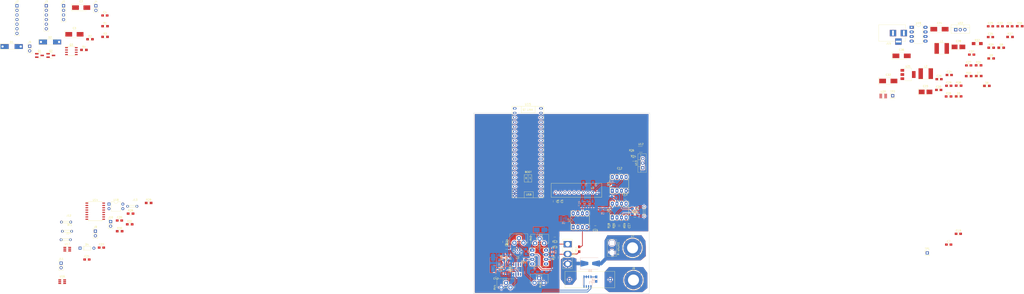
<source format=kicad_pcb>
(kicad_pcb (version 4) (host pcbnew 4.0.7)
  (layers (0 F.Cu signal) (31 B.Cu signal) (34 B.Paste user) (35 F.Paste user) (36 B.SilkS user) (37 F.SilkS user) (38 B.Mask user) (39 F.Mask user) (44 Edge.Cuts user))
  (net 0 "")
  (net 1 "Net-(BT1-Pad1)")
  (net 2 Earth)
  (net 3 +5V)
  (net 4 +12V)
  (net 5 "Net-(C11-Pad1)")
  (net 6 -5V)
  (net 7 Curr)
  (net 8 4.096V)
  (net 9 +3V3)
  (net 10 "Net-(C23-Pad1)")
  (net 11 "Net-(C23-Pad2)")
  (net 12 "Net-(C24-Pad1)")
  (net 13 "Net-(C27-Pad1)")
  (net 14 "Net-(C31-Pad1)")
  (net 15 "Net-(D1-Pad2)")
  (net 16 "Net-(D2-Pad2)")
  (net 17 "Net-(D3-Pad1)")
  (net 18 "Net-(D4-Pad1)")
  (net 19 "Net-(D4-Pad2)")
  (net 20 "Net-(D5-Pad1)")
  (net 21 "Net-(D6-Pad1)")
  (net 22 "Net-(D7-Pad1)")
  (net 23 "Net-(D9-Pad2)")
  (net 24 "/Mosfet stage/Dut+_efter_säkring")
  (net 25 SCL)
  (net 26 SDA)
  (net 27 fan_PWM)
  (net 28 MISO)
  (net 29 MOSI)
  (net 30 SCK)
  (net 31 SS)
  (net 32 "Net-(J8-Pad1)")
  (net 33 "Net-(J8-Pad2)")
  (net 34 "Net-(J9-Pad2)")
  (net 35 trig)
  (net 36 "Net-(J13-Pad1)")
  (net 37 "Net-(Q1-Pad1)")
  (net 38 "Net-(Q1-Pad3)")
  (net 39 "Net-(Q2-Pad1)")
  (net 40 "Net-(Q2-Pad3)")
  (net 41 "Net-(Q4-Pad1)")
  (net 42 "Net-(Q4-Pad2)")
  (net 43 "Net-(R5-Pad2)")
  (net 44 "Net-(R6-Pad2)")
  (net 45 "Net-(R11-Pad1)")
  (net 46 "Net-(R14-Pad2)")
  (net 47 "Net-(R16-Pad1)")
  (net 48 "Net-(R17-Pad2)")
  (net 49 LoadBlockTemp)
  (net 50 CurrentSet)
  (net 51 "Net-(RV2-Pad3)")
  (net 52 "Net-(RV2-Pad1)")
  (net 53 "Net-(RV4-Pad3)")
  (net 54 OverTemp)
  (net 55 comperator)
  (net 56 "Net-(R15-Pad2)")
  (net 57 encB)
  (net 58 encA)
  (net 59 encBTN)
  (net 60 out1)
  (net 61 out2)
  (net 62 "Net-(C10-Pad1)")
  (net 63 "Net-(C11-Pad2)")
  (net 64 "Net-(C35-Pad1)")
  (net 65 "Net-(C41-Pad1)")
  (net 66 "Net-(D6-Pad2)")
  (net 67 "Net-(D8-Pad1)")
  (net 68 fan_tach)
  (net 69 "Net-(J10-Pad1)")
  (net 70 "Net-(J10-Pad2)")
  (net 71 "Net-(J11-Pad1)")
  (net 72 "Net-(J12-Pad2)")
  (net 73 "Net-(J14-Pad1)")
  (net 74 "Net-(R12-Pad1)")
  (net 75 "Net-(R18-Pad2)")
  (net 76 "Net-(R23-Pad1)")
  (net 77 "Net-(R24-Pad1)")
  (net 78 "Net-(R25-Pad2)")
  (net 79 "Net-(R27-Pad2)")
  (net 80 "Net-(R33-Pad2)")
  (net 81 "Net-(RV4-Pad2)")
  (net 82 "Net-(U6-Pad7)")
  (net 83 "Net-(U6-Pad8)")
  (net 84 "Net-(U8-Pad7)")
  (net 85 "Net-(U8-Pad8)")
  (net 86 "Net-(U12-Pad3)")
  (module Housings_SOIC:SOIC-8_3.9x4.9mm_Pitch1.27mm (layer F.Cu) (at 155.956 132.334 270)
    (fp_text reference U11 (at 0 3.81 450) (layer F.SilkS))
    (fp_text value AD8628)
    (pad 1 smd rect (at -2.7 -1.905 270) (size 1.55 0.6) (layers F.Cu F.Paste F.Mask))
    (pad 2 smd rect (at -2.7 -0.635 270) (size 1.55 0.6) (layers F.Cu F.Paste F.Mask) (net 78 "Net-(R25-Pad2)"))
    (pad 3 smd rect (at -2.7 0.635 270) (size 1.55 0.6) (layers F.Cu F.Paste F.Mask) (net 76 "Net-(R23-Pad1)"))
    (pad 4 smd rect (at -2.7 1.905 270) (size 1.55 0.6) (layers F.Cu F.Paste F.Mask) (net 2 Earth))
    (pad 5 smd rect (at 2.7 1.905 270) (size 1.55 0.6) (layers F.Cu F.Paste F.Mask))
    (pad 6 smd rect (at 2.7 0.635 270) (size 1.55 0.6) (layers F.Cu F.Paste F.Mask) (net 78 "Net-(R25-Pad2)"))
    (pad 7 smd rect (at 2.7 -0.635 270) (size 1.55 0.6) (layers F.Cu F.Paste F.Mask) (net 8 4.096V))
    (pad 8 smd rect (at 2.7 -1.905 270) (size 1.55 0.6) (layers F.Cu F.Paste F.Mask))
  )
  (module Resistors_SMD:R_0805_HandSoldering (layer B.Cu) (at 160.528 128.524 270)
    (fp_text reference R27 (at 0 1.7 270) (layer B.SilkS) (effects (justify mirror)))
    (fp_text value 2K)
    (pad 1 smd rect (at -1.35 0 270) (size 1.5 1.3) (layers B.Cu B.Paste B.Mask) (net 50 CurrentSet))
    (pad 2 smd rect (at 1.35 0 270) (size 1.5 1.3) (layers B.Cu B.Paste B.Mask) (net 79 "Net-(R27-Pad2)"))
  )
  (module Capacitors_SMD:C_0805_HandSoldering (layer B.Cu) (at 199.644 137.668 270)
    (fp_text reference C1 (at 0 1.75 270) (layer B.SilkS) (effects (justify mirror)))
    (fp_text value 0,1u)
    (pad 1 smd rect (at -1.25 0 270) (size 1.5 1.25) (layers B.Cu B.Paste B.Mask) (net 3 +5V))
    (pad 2 smd rect (at 1.25 0 270) (size 1.5 1.25) (layers B.Cu B.Paste B.Mask) (net 2 Earth))
  )
  (module Capacitors_Tantalum_SMD:CP_Tantalum_Case-C_EIA-6032-28_Hand (layer F.Cu) (at -84.650999 -12.205)
    (fp_text reference C2 (at 0 -3.35) (layer F.SilkS))
    (fp_text value 220u)
    (pad 1 smd rect (at -3.125 0) (size 3.75 2.5) (layers F.Cu F.Paste F.Mask) (net 3 +5V))
    (pad 2 smd rect (at 3.125 0) (size 3.75 2.5) (layers F.Cu F.Paste F.Mask) (net 2 Earth))
  )
  (module Capacitors_Tantalum_SMD:CP_Tantalum_Case-C_EIA-6032-28_Hand (layer F.Cu) (at -88.370999 2.525)
    (fp_text reference C3 (at 0 -3.35) (layer F.SilkS))
    (fp_text value 220u)
    (pad 1 smd rect (at -3.125 0) (size 3.75 2.5) (layers F.Cu F.Paste F.Mask) (net 4 +12V))
    (pad 2 smd rect (at 3.125 0) (size 3.75 2.5) (layers F.Cu F.Paste F.Mask) (net 2 Earth))
  )
  (module Capacitors_SMD:C_0805_HandSoldering (layer F.Cu) (at -71.550999 -7.855)
    (fp_text reference C4 (at 0 -1.75) (layer F.SilkS))
    (fp_text value 0,1u)
    (pad 1 smd rect (at -1.25 0) (size 1.5 1.25) (layers F.Cu F.Paste F.Mask) (net 3 +5V))
    (pad 2 smd rect (at 1.25 0) (size 1.5 1.25) (layers F.Cu F.Paste F.Mask) (net 2 Earth))
  )
  (module Capacitors_SMD:C_0805_HandSoldering (layer F.Cu) (at 179.07 94.742 270)
    (fp_text reference C5 (at 0 -1.75 270) (layer F.SilkS))
    (fp_text value 10u)
    (pad 1 smd rect (at -1.25 0 270) (size 1.5 1.25) (layers F.Cu F.Paste F.Mask) (net 3 +5V))
    (pad 2 smd rect (at 1.25 0 270) (size 1.5 1.25) (layers F.Cu F.Paste F.Mask) (net 2 Earth))
  )
  (module Capacitors_SMD:C_0805_HandSoldering (layer F.Cu) (at 176.784 94.742 270)
    (fp_text reference C6 (at 0 -1.75 270) (layer F.SilkS))
    (fp_text value 0.1u)
    (pad 1 smd rect (at -1.25 0 270) (size 1.5 1.25) (layers F.Cu F.Paste F.Mask) (net 3 +5V))
    (pad 2 smd rect (at 1.25 0 270) (size 1.5 1.25) (layers F.Cu F.Paste F.Mask) (net 2 Earth))
  )
  (module Capacitors_SMD:C_0805_HandSoldering (layer F.Cu) (at 394.191001 118.603)
    (fp_text reference C7 (at 0 -1.75) (layer F.SilkS))
    (fp_text value 0.1u)
    (pad 1 smd rect (at -1.25 0) (size 1.5 1.25) (layers F.Cu F.Paste F.Mask) (net 2 Earth))
    (pad 2 smd rect (at 1.25 0) (size 1.5 1.25) (layers F.Cu F.Paste F.Mask) (net 6 -5V))
  )
  (module Capacitors_SMD:C_0805_HandSoldering (layer B.Cu) (at 175.514 122.682 90)
    (fp_text reference C8 (at 0 1.75 90) (layer B.SilkS) (effects (justify mirror)))
    (fp_text value 0.1u)
    (pad 1 smd rect (at -1.25 0 90) (size 1.5 1.25) (layers B.Cu B.Paste B.Mask) (net 4 +12V))
    (pad 2 smd rect (at 1.25 0 90) (size 1.5 1.25) (layers B.Cu B.Paste B.Mask) (net 2 Earth))
  )
  (module Capacitors_Tantalum_SMD:CP_Tantalum_Case-B_EIA-3528-21_Hand (layer B.Cu) (at 168.91 110.49)
    (fp_text reference C9 (at 0 3.15) (layer B.SilkS) (effects (justify mirror)))
    (fp_text value 10u)
    (pad 1 smd rect (at -2.15 0) (size 3.2 2.5) (layers B.Cu B.Paste B.Mask) (net 4 +12V))
    (pad 2 smd rect (at 2.15 0) (size 3.2 2.5) (layers B.Cu B.Paste B.Mask) (net 2 Earth))
  )
  (module Capacitors_SMD:C_0805_HandSoldering (layer B.Cu) (at 197.612 96.012 270)
    (fp_text reference C10 (at 0 1.75 270) (layer B.SilkS) (effects (justify mirror)))
    (fp_text value 0.1u)
    (pad 1 smd rect (at -1.25 0 270) (size 1.5 1.25) (layers B.Cu B.Paste B.Mask) (net 62 "Net-(C10-Pad1)"))
    (pad 2 smd rect (at 1.25 0 270) (size 1.5 1.25) (layers B.Cu B.Paste B.Mask) (net 2 Earth))
  )
  (module Capacitors_SMD:C_0805_HandSoldering (layer B.Cu) (at 170.942 133.604 180)
    (fp_text reference C11 (at 0 1.75 180) (layer B.SilkS) (effects (justify mirror)))
    (fp_text value 1n)
    (pad 1 smd rect (at -1.25 0 180) (size 1.5 1.25) (layers B.Cu B.Paste B.Mask) (net 5 "Net-(C11-Pad1)"))
    (pad 2 smd rect (at 1.25 0 180) (size 1.5 1.25) (layers B.Cu B.Paste B.Mask) (net 63 "Net-(C11-Pad2)"))
  )
  (module Capacitors_SMD:C_0805_HandSoldering (layer F.Cu) (at 212.598 78.232)
    (fp_text reference C12 (at 0 -1.75) (layer F.SilkS))
    (fp_text value 0.1u)
    (pad 1 smd rect (at -1.25 0) (size 1.5 1.25) (layers F.Cu F.Paste F.Mask) (net 3 +5V))
    (pad 2 smd rect (at 1.25 0) (size 1.5 1.25) (layers F.Cu F.Paste F.Mask) (net 2 Earth))
  )
  (module Capacitors_SMD:C_0805_HandSoldering (layer F.Cu) (at 215.392 92.71)
    (fp_text reference C13 (at 0 -1.75) (layer F.SilkS))
    (fp_text value 0.1u)
    (pad 1 smd rect (at -1.25 0) (size 1.5 1.25) (layers F.Cu F.Paste F.Mask) (net 3 +5V))
    (pad 2 smd rect (at 1.25 0) (size 1.5 1.25) (layers F.Cu F.Paste F.Mask) (net 2 Earth))
  )
  (module Capacitors_SMD:C_0805_HandSoldering (layer B.Cu) (at 194.818 96.012 270)
    (fp_text reference C14 (at 0 1.75 270) (layer B.SilkS) (effects (justify mirror)))
    (fp_text value 0.1u)
    (pad 1 smd rect (at -1.25 0 270) (size 1.5 1.25) (layers B.Cu B.Paste B.Mask) (net 7 Curr))
    (pad 2 smd rect (at 1.25 0 270) (size 1.5 1.25) (layers B.Cu B.Paste B.Mask) (net 2 Earth))
  )
  (module Capacitors_SMD:C_0805_HandSoldering (layer F.Cu) (at 199.136 108.966 180)
    (fp_text reference C15 (at 0 -1.75 180) (layer F.SilkS))
    (fp_text value 0.1u)
    (pad 1 smd rect (at -1.25 0 180) (size 1.5 1.25) (layers F.Cu F.Paste F.Mask) (net 2 Earth))
    (pad 2 smd rect (at 1.25 0 180) (size 1.5 1.25) (layers F.Cu F.Paste F.Mask) (net 6 -5V))
  )
  (module Capacitors_SMD:C_0805_HandSoldering (layer B.Cu) (at 209.55 92.456 180)
    (fp_text reference C16 (at 0 1.75 180) (layer B.SilkS) (effects (justify mirror)))
    (fp_text value C)
    (pad 1 smd rect (at -1.25 0 180) (size 1.5 1.25) (layers B.Cu B.Paste B.Mask) (net 3 +5V))
    (pad 2 smd rect (at 1.25 0 180) (size 1.5 1.25) (layers B.Cu B.Paste B.Mask) (net 2 Earth))
  )
  (module Capacitors_SMD:C_0805_HandSoldering (layer F.Cu) (at 216.154 108.204 270)
    (fp_text reference C17 (at 0 -1.75 270) (layer F.SilkS))
    (fp_text value C)
    (pad 1 smd rect (at -1.25 0 270) (size 1.5 1.25) (layers F.Cu F.Paste F.Mask) (net 6 -5V))
    (pad 2 smd rect (at 1.25 0 270) (size 1.5 1.25) (layers F.Cu F.Paste F.Mask) (net 2 Earth))
  )
  (module Capacitors_SMD:C_0805_HandSoldering (layer F.Cu) (at 148.844 125.984 90)
    (fp_text reference C18 (at 0 -1.75 90) (layer F.SilkS))
    (fp_text value 100nF)
    (pad 1 smd rect (at -1.25 0 90) (size 1.5 1.25) (layers F.Cu F.Paste F.Mask) (net 8 4.096V))
    (pad 2 smd rect (at 1.25 0 90) (size 1.5 1.25) (layers F.Cu F.Paste F.Mask) (net 2 Earth))
  )
  (module Capacitors_SMD:C_0805_HandSoldering (layer F.Cu) (at 399.541001 112.653)
    (fp_text reference C19 (at 0 -1.75) (layer F.SilkS))
    (fp_text value 0.1u)
    (pad 1 smd rect (at -1.25 0) (size 1.5 1.25) (layers F.Cu F.Paste F.Mask) (net 3 +5V))
    (pad 2 smd rect (at 1.25 0) (size 1.5 1.25) (layers F.Cu F.Paste F.Mask) (net 2 Earth))
  )
  (module Capacitors_SMD:C_0805_HandSoldering (layer F.Cu) (at -63.502999 105.319)
    (fp_text reference C20 (at 0 -1.75) (layer F.SilkS))
    (fp_text value 100n)
    (pad 1 smd rect (at -1.25 0) (size 1.5 1.25) (layers F.Cu F.Paste F.Mask) (net 9 +3V3))
    (pad 2 smd rect (at 1.25 0) (size 1.5 1.25) (layers F.Cu F.Paste F.Mask) (net 2 Earth))
  )
  (module Capacitors_SMD:C_0805_HandSoldering (layer F.Cu) (at -81.462999 126.839)
    (fp_text reference C21 (at 0 -1.75) (layer F.SilkS))
    (fp_text value 100n)
    (pad 1 smd rect (at -1.25 0) (size 1.5 1.25) (layers F.Cu F.Paste F.Mask) (net 9 +3V3))
    (pad 2 smd rect (at 1.25 0) (size 1.5 1.25) (layers F.Cu F.Paste F.Mask) (net 2 Earth))
  )
  (module Capacitors_SMD:C_0805_HandSoldering (layer F.Cu) (at -73.452999 120.269)
    (fp_text reference C22 (at 0 -1.75) (layer F.SilkS))
    (fp_text value 100n)
    (pad 1 smd rect (at -1.25 0) (size 1.5 1.25) (layers F.Cu F.Paste F.Mask) (net 9 +3V3))
    (pad 2 smd rect (at 1.25 0) (size 1.5 1.25) (layers F.Cu F.Paste F.Mask) (net 2 Earth))
  )
  (module Capacitors_Tantalum_SMD:CP_Tantalum_Case-B_EIA-3528-21_Hand (layer F.Cu) (at 381.443001 34.329)
    (fp_text reference C23 (at 0 -3.15) (layer F.SilkS))
    (fp_text value 10u)
    (pad 1 smd rect (at -2.15 0) (size 3.2 2.5) (layers F.Cu F.Paste F.Mask) (net 10 "Net-(C23-Pad1)"))
    (pad 2 smd rect (at 2.15 0) (size 3.2 2.5) (layers F.Cu F.Paste F.Mask) (net 11 "Net-(C23-Pad2)"))
  )
  (module Capacitors_Tantalum_SMD:CP_Tantalum_Case-C_EIA-6032-28_Hand (layer F.Cu) (at 389.113001 -0.301)
    (fp_text reference C24 (at 0 -3.35) (layer F.SilkS))
    (fp_text value 220u)
    (pad 1 smd rect (at -3.125 0) (size 3.75 2.5) (layers F.Cu F.Paste F.Mask) (net 12 "Net-(C24-Pad1)"))
    (pad 2 smd rect (at 3.125 0) (size 3.75 2.5) (layers F.Cu F.Paste F.Mask) (net 2 Earth))
  )
  (module Capacitors_SMD:C_0805_HandSoldering (layer F.Cu) (at 417.273001 -1.901)
    (fp_text reference C25 (at 0 -1.75) (layer F.SilkS))
    (fp_text value 100n)
    (pad 1 smd rect (at -1.25 0) (size 1.5 1.25) (layers F.Cu F.Paste F.Mask) (net 12 "Net-(C24-Pad1)"))
    (pad 2 smd rect (at 1.25 0) (size 1.5 1.25) (layers F.Cu F.Paste F.Mask) (net 2 Earth))
  )
  (module Capacitors_SMD:C_0805_HandSoldering (layer F.Cu) (at 388.893001 27.289)
    (fp_text reference C26 (at 0 -1.75) (layer F.SilkS))
    (fp_text value 100n)
    (pad 1 smd rect (at -1.25 0) (size 1.5 1.25) (layers F.Cu F.Paste F.Mask) (net 9 +3V3))
    (pad 2 smd rect (at 1.25 0) (size 1.5 1.25) (layers F.Cu F.Paste F.Mask) (net 2 Earth))
  )
  (module Capacitors_SMD:C_0805_HandSoldering (layer F.Cu) (at 405.227524 19.699)
    (fp_text reference C27 (at 0 -1.75) (layer F.SilkS))
    (fp_text value 100nF)
    (pad 1 smd rect (at -1.25 0) (size 1.5 1.25) (layers F.Cu F.Paste F.Mask) (net 13 "Net-(C27-Pad1)"))
    (pad 2 smd rect (at 1.25 0) (size 1.5 1.25) (layers F.Cu F.Paste F.Mask) (net 12 "Net-(C24-Pad1)"))
  )
  (module Capacitors_Tantalum_SMD:CP_Tantalum_Case-B_EIA-3528-21_Hand (layer F.Cu) (at 399.613001 9.489)
    (fp_text reference C28 (at 0 -3.15) (layer F.SilkS))
    (fp_text value 100u)
    (pad 1 smd rect (at -2.15 0) (size 3.2 2.5) (layers F.Cu F.Paste F.Mask) (net 2 Earth))
    (pad 2 smd rect (at 2.15 0) (size 3.2 2.5) (layers F.Cu F.Paste F.Mask) (net 6 -5V))
  )
  (module Capacitors_SMD:C_0805_HandSoldering (layer F.Cu) (at 394.243001 30.939)
    (fp_text reference C29 (at 0 -1.75) (layer F.SilkS))
    (fp_text value 2.2u)
    (pad 1 smd rect (at -1.25 0) (size 1.5 1.25) (layers F.Cu F.Paste F.Mask) (net 3 +5V))
    (pad 2 smd rect (at 1.25 0) (size 1.5 1.25) (layers F.Cu F.Paste F.Mask) (net 2 Earth))
  )
  (module Capacitors_SMD:C_0805_HandSoldering (layer F.Cu) (at 388.693001 33.239)
    (fp_text reference C30 (at 0 -1.75) (layer F.SilkS))
    (fp_text value 22u)
    (pad 1 smd rect (at -1.25 0) (size 1.5 1.25) (layers F.Cu F.Paste F.Mask) (net 4 +12V))
    (pad 2 smd rect (at 1.25 0) (size 1.5 1.25) (layers F.Cu F.Paste F.Mask) (net 2 Earth))
  )
  (module Capacitors_SMD:C_0805_HandSoldering (layer F.Cu) (at 427.973001 -1.901)
    (fp_text reference C31 (at 0 -1.75) (layer F.SilkS))
    (fp_text value 2n)
    (pad 1 smd rect (at -1.25 0) (size 1.5 1.25) (layers F.Cu F.Paste F.Mask) (net 14 "Net-(C31-Pad1)"))
    (pad 2 smd rect (at 1.25 0) (size 1.5 1.25) (layers F.Cu F.Paste F.Mask) (net 6 -5V))
  )
  (module Capacitors_Tantalum_SMD:CP_Tantalum_Case-C_EIA-6032-28_Hand (layer F.Cu) (at 360.863001 28.299)
    (fp_text reference C32 (at 0 -3.35) (layer F.SilkS))
    (fp_text value 22u)
    (pad 1 smd rect (at -3.125 0) (size 3.75 2.5) (layers F.Cu F.Paste F.Mask) (net 4 +12V))
    (pad 2 smd rect (at 3.125 0) (size 3.75 2.5) (layers F.Cu F.Paste F.Mask) (net 2 Earth))
  )
  (module Capacitors_SMD:C_0805_HandSoldering (layer F.Cu) (at 422.623001 -1.901)
    (fp_text reference C33 (at 0 -1.75) (layer F.SilkS))
    (fp_text value 10u)
    (pad 1 smd rect (at -1.25 0) (size 1.5 1.25) (layers F.Cu F.Paste F.Mask) (net 3 +5V))
    (pad 2 smd rect (at 1.25 0) (size 1.5 1.25) (layers F.Cu F.Paste F.Mask) (net 2 Earth))
  )
  (module Capacitors_SMD:C_0805_HandSoldering (layer F.Cu) (at 394.527524 24.989)
    (fp_text reference C34 (at 0 -1.75) (layer F.SilkS))
    (fp_text value 100nF)
    (pad 1 smd rect (at -1.25 0) (size 1.5 1.25) (layers F.Cu F.Paste F.Mask) (net 4 +12V))
    (pad 2 smd rect (at 1.25 0) (size 1.5 1.25) (layers F.Cu F.Paste F.Mask) (net 2 Earth))
  )
  (module Capacitors_SMD:C_0805_HandSoldering (layer F.Cu) (at 417.273001 4.049)
    (fp_text reference C35 (at 0 -1.75) (layer F.SilkS))
    (fp_text value 10u)
    (pad 1 smd rect (at -1.25 0) (size 1.5 1.25) (layers F.Cu F.Paste F.Mask) (net 64 "Net-(C35-Pad1)"))
    (pad 2 smd rect (at 1.25 0) (size 1.5 1.25) (layers F.Cu F.Paste F.Mask) (net 2 Earth))
  )
  (module Capacitors_Tantalum_SMD:CP_Tantalum_Case-C_EIA-6032-28_Hand (layer F.Cu) (at 368.213001 14.429)
    (fp_text reference C36 (at 0 -3.35) (layer F.SilkS))
    (fp_text value 100u)
    (pad 1 smd rect (at -3.125 0) (size 3.75 2.5) (layers F.Cu F.Paste F.Mask) (net 9 +3V3))
    (pad 2 smd rect (at 3.125 0) (size 3.75 2.5) (layers F.Cu F.Paste F.Mask) (net 2 Earth))
  )
  (module Capacitors_SMD:C_0805_HandSoldering (layer F.Cu) (at 406.863001 13.749)
    (fp_text reference C37 (at 0 -1.75) (layer F.SilkS))
    (fp_text value 22u)
    (pad 1 smd rect (at -1.25 0) (size 1.5 1.25) (layers F.Cu F.Paste F.Mask) (net 3 +5V))
    (pad 2 smd rect (at 1.25 0) (size 1.5 1.25) (layers F.Cu F.Paste F.Mask) (net 2 Earth))
  )
  (module Capacitors_Tantalum_SMD:CP_Tantalum_Case-C_EIA-6032-28_Hand (layer B.Cu) (at 142.748 128.778 90)
    (fp_text reference C38 (at 0 3.35 90) (layer B.SilkS) (effects (justify mirror)))
    (fp_text value 220u)
    (pad 1 smd rect (at -3.125 0 90) (size 3.75 2.5) (layers B.Cu B.Paste B.Mask) (net 4 +12V))
    (pad 2 smd rect (at 3.125 0 90) (size 3.75 2.5) (layers B.Cu B.Paste B.Mask) (net 2 Earth))
  )
  (module Capacitors_SMD:C_0805_HandSoldering (layer B.Cu) (at 146.05 125.73 90)
    (fp_text reference C39 (at 0 1.75 90) (layer B.SilkS) (effects (justify mirror)))
    (fp_text value 2.2uF)
    (pad 1 smd rect (at -1.25 0 90) (size 1.5 1.25) (layers B.Cu B.Paste B.Mask) (net 4 +12V))
    (pad 2 smd rect (at 1.25 0 90) (size 1.5 1.25) (layers B.Cu B.Paste B.Mask) (net 2 Earth))
  )
  (module Capacitors_SMD:C_0805_HandSoldering (layer B.Cu) (at 148.336 125.73 90)
    (fp_text reference C40 (at 0 1.75 90) (layer B.SilkS) (effects (justify mirror)))
    (fp_text value 100n)
    (pad 1 smd rect (at -1.25 0 90) (size 1.5 1.25) (layers B.Cu B.Paste B.Mask) (net 4 +12V))
    (pad 2 smd rect (at 1.25 0 90) (size 1.5 1.25) (layers B.Cu B.Paste B.Mask) (net 2 Earth))
  )
  (module Capacitors_SMD:C_0805_HandSoldering (layer B.Cu) (at 150.622 125.73 90)
    (fp_text reference C41 (at 0 1.75 90) (layer B.SilkS) (effects (justify mirror)))
    (fp_text value 1uF)
    (pad 1 smd rect (at -1.25 0 90) (size 1.5 1.25) (layers B.Cu B.Paste B.Mask) (net 65 "Net-(C41-Pad1)"))
    (pad 2 smd rect (at 1.25 0 90) (size 1.5 1.25) (layers B.Cu B.Paste B.Mask) (net 2 Earth))
  )
  (module Capacitors_SMD:C_0805_HandSoldering (layer F.Cu) (at 144.272 135.636 180)
    (fp_text reference C42 (at 0 -1.75 180) (layer F.SilkS))
    (fp_text value 100n)
    (pad 1 smd rect (at -1.25 0 180) (size 1.5 1.25) (layers F.Cu F.Paste F.Mask) (net 3 +5V))
    (pad 2 smd rect (at 1.25 0 180) (size 1.5 1.25) (layers F.Cu F.Paste F.Mask) (net 2 Earth))
  )
  (module Diodes_SMD:D_MELF-RM10_Universal_Handsoldering (layer F.Cu) (at -123.026 9.295)
    (fp_text reference D1 (at 0 -2.5) (layer F.SilkS))
    (fp_text value D_ALT)
    (pad 1 thru_hole rect (at -5 0) (size 4.5 2.7) (drill 1.19888 (offset 1.1 0)) (layers *.Cu *.Mask) (net 4 +12V))
    (pad 2 thru_hole rect (at 5 0 180) (size 4.5 2.7) (drill 1.19888 (offset 1.1 0)) (layers *.Cu *.Mask) (net 15 "Net-(D1-Pad2)"))
  )
  (module Diodes_SMD:D_MELF-RM10_Universal_Handsoldering (layer F.Cu) (at -101.846 6.755)
    (fp_text reference D2 (at 0 -2.5) (layer F.SilkS))
    (fp_text value D_ALT)
    (pad 1 thru_hole rect (at -5 0) (size 4.5 2.7) (drill 1.19888 (offset 1.1 0)) (layers *.Cu *.Mask) (net 4 +12V))
    (pad 2 thru_hole rect (at 5 0 180) (size 4.5 2.7) (drill 1.19888 (offset 1.1 0)) (layers *.Cu *.Mask) (net 16 "Net-(D2-Pad2)"))
  )
  (module Diodes_SMD:D_SMB-SMC_Universal_Handsoldering (layer B.Cu) (at 196.342 129.032)
    (fp_text reference D3 (at 0 4.1) (layer B.SilkS) (effects (justify mirror)))
    (fp_text value D_Schottky)
    (pad 1 smd trapezoid (at -3.2 0) (size 4.3 2.6) (rect_delta 1 0) (layers B.Cu B.Paste B.Mask) (net 17 "Net-(D3-Pad1)"))
    (pad 2 smd trapezoid (at 3.2 0 180) (size 4.3 2.6) (rect_delta 1 0) (layers B.Cu B.Paste B.Mask) (net 2 Earth))
  )
  (module Diodes_THT:D_DO-35_SOD27_P7.62mm_Horizontal (layer F.Cu) (at -85.252999 120.579)
    (fp_text reference D4 (at 3.81 -2.06) (layer F.SilkS))
    (fp_text value 1N4148)
    (pad 1 thru_hole rect (at 0 0) (size 1.6 1.6) (drill 0.8) (layers *.Cu *.Mask) (net 18 "Net-(D4-Pad1)"))
    (pad 2 thru_hole oval (at 7.62 0) (size 1.6 1.6) (drill 0.8) (layers *.Cu *.Mask) (net 19 "Net-(D4-Pad2)"))
  )
  (module LEDs:LED_0805_HandSoldering (layer F.Cu) (at 399.693001 36.789)
    (fp_text reference D5 (at 0 -1.7) (layer F.SilkS))
    (fp_text value LED)
    (pad 1 smd rect (at -1.35 0) (size 1.5 1.3) (layers F.Cu F.Paste F.Mask) (net 20 "Net-(D5-Pad1)"))
    (pad 2 smd rect (at 1.35 0) (size 1.5 1.3) (layers F.Cu F.Paste F.Mask) (net 9 +3V3))
  )
  (module LEDs:LED_0805_HandSoldering (layer F.Cu) (at 415.29 30.988)
    (fp_text reference D6 (at 0 -1.7) (layer F.SilkS))
    (fp_text value LED)
    (pad 1 smd rect (at -1.35 0) (size 1.5 1.3) (layers F.Cu F.Paste F.Mask) (net 21 "Net-(D6-Pad1)"))
    (pad 2 smd rect (at 1.35 0) (size 1.5 1.3) (layers F.Cu F.Paste F.Mask) (net 66 "Net-(D6-Pad2)"))
  )
  (module LEDs:LED_0805_HandSoldering (layer F.Cu) (at 410.793001 25.549)
    (fp_text reference D7 (at 0 -1.7) (layer F.SilkS))
    (fp_text value LED)
    (pad 1 smd rect (at -1.35 0) (size 1.5 1.3) (layers F.Cu F.Paste F.Mask) (net 22 "Net-(D7-Pad1)"))
    (pad 2 smd rect (at 1.35 0) (size 1.5 1.3) (layers F.Cu F.Paste F.Mask) (net 3 +5V))
  )
  (module LEDs:LED_0805_HandSoldering (layer F.Cu) (at 423.213001 9.949)
    (fp_text reference D8 (at 0 -1.7) (layer F.SilkS))
    (fp_text value LED)
    (pad 1 smd rect (at -1.35 0) (size 1.5 1.3) (layers F.Cu F.Paste F.Mask) (net 67 "Net-(D8-Pad1)"))
    (pad 2 smd rect (at 1.35 0) (size 1.5 1.3) (layers F.Cu F.Paste F.Mask) (net 4 +12V))
  )
  (module LEDs:LED_0805_HandSoldering (layer F.Cu) (at 417.663001 15.849)
    (fp_text reference D9 (at 0 -1.7) (layer F.SilkS))
    (fp_text value LED)
    (pad 1 smd rect (at -1.35 0) (size 1.5 1.3) (layers F.Cu F.Paste F.Mask) (net 6 -5V))
    (pad 2 smd rect (at 1.35 0) (size 1.5 1.3) (layers F.Cu F.Paste F.Mask) (net 23 "Net-(D9-Pad2)"))
  )
  (module Libs:Fuse_holser_Plastic_ebay (layer F.Cu) (at 207.412 137.922 180)
    (fp_text reference F1 (at 11.07 -1.524 180) (layer B.SilkS) (effects (justify mirror)))
    (fp_text value Fuse)
    (pad 1 thru_hole circle (at 0 0 180) (size 2 2) (drill 0.9) (layers *.Cu *.Mask) (net 24 "/Mosfet stage/Dut+_efter_säkring"))
    (pad 2 thru_hole circle (at 22.5 0 180) (size 2 2) (drill 0.9) (layers *.Cu *.Mask) (net 17 "Net-(D3-Pad1)"))
  )
  (module Pin_Headers:Pin_Header_Straight_1x04_Pitch2.54mm (layer F.Cu) (at -94.376 -13.225)
    (fp_text reference J1 (at 0 -2.33) (layer F.SilkS))
    (fp_text value Fan_conn)
    (pad 1 thru_hole rect (at 0 0) (size 1.7 1.7) (drill 1) (layers *.Cu *.Mask) (net 2 Earth))
    (pad 2 thru_hole oval (at 0 2.54) (size 1.7 1.7) (drill 1) (layers *.Cu *.Mask) (net 4 +12V))
    (pad 3 thru_hole oval (at 0 5.08) (size 1.7 1.7) (drill 1) (layers *.Cu *.Mask) (net 68 fan_tach))
    (pad 4 thru_hole oval (at 0 7.62) (size 1.7 1.7) (drill 1) (layers *.Cu *.Mask) (net 27 fan_PWM))
  )
  (module Pin_Headers:Pin_Header_Straight_1x07_Pitch2.54mm (layer F.Cu) (at -120.085522 -13.225)
    (fp_text reference J2 (at 0 -2.33) (layer F.SilkS))
    (fp_text value "Encoder and LCD interface")
    (pad 1 thru_hole rect (at 0 0) (size 1.7 1.7) (drill 1) (layers *.Cu *.Mask) (net 2 Earth))
    (pad 2 thru_hole oval (at 0 2.54) (size 1.7 1.7) (drill 1) (layers *.Cu *.Mask) (net 57 encB))
    (pad 3 thru_hole oval (at 0 5.08) (size 1.7 1.7) (drill 1) (layers *.Cu *.Mask) (net 58 encA))
    (pad 4 thru_hole oval (at 0 7.62) (size 1.7 1.7) (drill 1) (layers *.Cu *.Mask) (net 59 encBTN))
    (pad 5 thru_hole oval (at 0 10.16) (size 1.7 1.7) (drill 1) (layers *.Cu *.Mask) (net 25 SCL))
    (pad 6 thru_hole oval (at 0 12.7) (size 1.7 1.7) (drill 1) (layers *.Cu *.Mask) (net 26 SDA))
    (pad 7 thru_hole oval (at 0 15.24) (size 1.7 1.7) (drill 1) (layers *.Cu *.Mask) (net 3 +5V))
  )
  (module Pin_Headers:Pin_Header_Straight_1x06_Pitch2.54mm (layer F.Cu) (at -103.881714 -13.225)
    (fp_text reference J3 (at 0 -2.33) (layer F.SilkS))
    (fp_text value SDcardHeader)
    (pad 1 thru_hole rect (at 0 0) (size 1.7 1.7) (drill 1) (layers *.Cu *.Mask) (net 2 Earth))
    (pad 2 thru_hole oval (at 0 2.54) (size 1.7 1.7) (drill 1) (layers *.Cu *.Mask) (net 3 +5V))
    (pad 3 thru_hole oval (at 0 5.08) (size 1.7 1.7) (drill 1) (layers *.Cu *.Mask) (net 28 MISO))
    (pad 4 thru_hole oval (at 0 7.62) (size 1.7 1.7) (drill 1) (layers *.Cu *.Mask) (net 29 MOSI))
    (pad 5 thru_hole oval (at 0 10.16) (size 1.7 1.7) (drill 1) (layers *.Cu *.Mask) (net 30 SCK))
    (pad 6 thru_hole oval (at 0 12.7) (size 1.7 1.7) (drill 1) (layers *.Cu *.Mask) (net 31 SS))
  )
  (module Pin_Headers:Pin_Header_Straight_1x02_Pitch2.54mm (layer F.Cu) (at -76.521238 -13.225)
    (fp_text reference J4 (at 0 -2.33) (layer F.SilkS))
    (fp_text value OUT2)
    (pad 1 thru_hole rect (at 0 0) (size 1.7 1.7) (drill 1) (layers *.Cu *.Mask) (net 4 +12V))
    (pad 2 thru_hole oval (at 0 2.54) (size 1.7 1.7) (drill 1) (layers *.Cu *.Mask) (net 15 "Net-(D1-Pad2)"))
  )
  (module Pin_Headers:Pin_Header_Straight_1x02_Pitch2.54mm (layer F.Cu) (at -113.071238 9.125)
    (fp_text reference J5 (at 0 -2.33) (layer F.SilkS))
    (fp_text value OUT2)
    (pad 1 thru_hole rect (at 0 0) (size 1.7 1.7) (drill 1) (layers *.Cu *.Mask) (net 4 +12V))
    (pad 2 thru_hole oval (at 0 2.54) (size 1.7 1.7) (drill 1) (layers *.Cu *.Mask) (net 16 "Net-(D2-Pad2)"))
  )
  (module Connectors:Banana_Jack_1Pin (layer F.Cu) (at 220.218 138.176)
    (fp_text reference J6 (at 0 -6.5) (layer F.SilkS))
    (fp_text value DUT+)
    (pad 1 thru_hole circle (at 0 0) (size 10.16 10.16) (drill 6.1) (layers *.Cu *.Mask) (net 24 "/Mosfet stage/Dut+_efter_säkring"))
  )
  (module Connectors:Banana_Jack_1Pin (layer F.Cu) (at 219.71 120.396)
    (fp_text reference J7 (at 0 -6.5) (layer F.SilkS))
    (fp_text value DUT-)
    (pad 1 thru_hole circle (at 0 0) (size 10.16 10.16) (drill 6.1) (layers *.Cu *.Mask) (net 2 Earth))
  )
  (module Libs:JUMPER_5MM (layer F.Cu) (at 225.044 98.806 90)
    (fp_text reference J8 (at 0 -2.54 90) (layer F.SilkS))
    (fp_text value Remote_sense)
    (pad 1 thru_hole circle (at -4.064 1.016 90) (size 1.524 1.524) (drill 0.762) (layers *.Cu *.Mask) (net 32 "Net-(J8-Pad1)"))
    (pad 2 thru_hole circle (at 1.016 1.016 90) (size 1.524 1.524) (drill 0.762) (layers *.Cu *.Mask) (net 33 "Net-(J8-Pad2)"))
  )
  (module Pin_Headers:Pin_Header_Straight_1x02_Pitch2.54mm (layer F.Cu) (at -76.786095 111.199)
    (fp_text reference J9 (at 0 -2.33) (layer F.SilkS))
    (fp_text value Load_on_switch)
    (pad 1 thru_hole rect (at 0 0) (size 1.7 1.7) (drill 1) (layers *.Cu *.Mask) (net 2 Earth))
    (pad 2 thru_hole oval (at 0 2.54) (size 1.7 1.7) (drill 1) (layers *.Cu *.Mask) (net 34 "Net-(J9-Pad2)"))
  )
  (module Pin_Headers:Pin_Header_Straight_1x02_Pitch2.54mm (layer F.Cu) (at -68.402999 105.899)
    (fp_text reference J10 (at 0 -2.33) (layer F.SilkS))
    (fp_text value GPIO)
    (pad 1 thru_hole rect (at 0 0) (size 1.7 1.7) (drill 1) (layers *.Cu *.Mask) (net 69 "Net-(J10-Pad1)"))
    (pad 2 thru_hole oval (at 0 2.54) (size 1.7 1.7) (drill 1) (layers *.Cu *.Mask) (net 70 "Net-(J10-Pad2)"))
  )
  (module Pin_Headers:Pin_Header_Straight_1x02_Pitch2.54mm (layer F.Cu) (at -95.722999 128.839)
    (fp_text reference J11 (at 0 -2.33) (layer F.SilkS))
    (fp_text value RST)
    (pad 1 thru_hole rect (at 0 0) (size 1.7 1.7) (drill 1) (layers *.Cu *.Mask) (net 71 "Net-(J11-Pad1)"))
    (pad 2 thru_hole oval (at 0 2.54) (size 1.7 1.7) (drill 1) (layers *.Cu *.Mask) (net 2 Earth))
  )
  (module Libs:JUMPER_5MM (layer F.Cu) (at -91.44 105.156)
    (fp_text reference J12 (at 0 -2.54) (layer F.SilkS))
    (fp_text value ScopeTest)
    (pad 1 thru_hole circle (at -4.064 1.016) (size 1.524 1.524) (drill 0.762) (layers *.Cu *.Mask) (net 35 trig))
    (pad 2 thru_hole circle (at 1.016 1.016) (size 1.524 1.524) (drill 0.762) (layers *.Cu *.Mask) (net 72 "Net-(J12-Pad2)"))
  )
  (module Libs:JUMPER_5MM (layer F.Cu) (at -54.922 96.459)
    (fp_text reference J13 (at 0 -2.54) (layer F.SilkS))
    (fp_text value "Trigger BTN")
    (pad 1 thru_hole circle (at -4.064 1.016) (size 1.524 1.524) (drill 0.762) (layers *.Cu *.Mask) (net 36 "Net-(J13-Pad1)"))
    (pad 2 thru_hole circle (at 1.016 1.016) (size 1.524 1.524) (drill 0.762) (layers *.Cu *.Mask) (net 9 +3V3))
  )
  (module Libs:JUMPER_5MM (layer F.Cu) (at -91.643237 114.909)
    (fp_text reference J14 (at 0 -2.54) (layer F.SilkS))
    (fp_text value "External trigger")
    (pad 1 thru_hole circle (at -4.064 1.016) (size 1.524 1.524) (drill 0.762) (layers *.Cu *.Mask) (net 73 "Net-(J14-Pad1)"))
    (pad 2 thru_hole circle (at 1.016 1.016) (size 1.524 1.524) (drill 0.762) (layers *.Cu *.Mask) (net 18 "Net-(D4-Pad1)"))
  )
  (module Connectors:BARREL_JACK (layer F.Cu) (at 369.463001 1.849)
    (fp_text reference J15 (at -8.45 5.75 180) (layer F.SilkS))
    (fp_text value Barrel_Jack)
    (pad 1 thru_hole rect (at 0 0) (size 3.5 3.5) (drill oval 1 3) (layers *.Cu *.Mask) (net 12 "Net-(C24-Pad1)"))
    (pad 2 thru_hole rect (at -6 0) (size 3.5 3.5) (drill oval 1 3) (layers *.Cu *.Mask) (net 2 Earth))
    (pad 3 thru_hole rect (at -3 4.7) (size 3.5 3.5) (drill oval 3 1) (layers *.Cu *.Mask) (net 2 Earth))
  )
  (module Inductors_SMD:L_Taiyo-Yuden_NR-60xx_HandSoldering (layer F.Cu) (at 390.363001 10.339)
    (fp_text reference L1 (at 0 -4) (layer F.SilkS))
    (fp_text value "10-47 uH")
    (pad 1 smd rect (at -2.775 0) (size 2.45 5.9) (layers F.Cu F.Paste F.Mask) (net 13 "Net-(C27-Pad1)"))
    (pad 2 smd rect (at 2.775 0) (size 2.45 5.9) (layers F.Cu F.Paste F.Mask) (net 4 +12V))
  )
  (module Inductors_SMD:L_Taiyo-Yuden_NR-60xx_HandSoldering (layer F.Cu) (at 381.543001 24.229)
    (fp_text reference L2 (at 0 -4) (layer F.SilkS))
    (fp_text value "10-47 uH")
    (pad 1 smd rect (at -2.775 0) (size 2.45 5.9) (layers F.Cu F.Paste F.Mask) (net 64 "Net-(C35-Pad1)"))
    (pad 2 smd rect (at 2.775 0) (size 2.45 5.9) (layers F.Cu F.Paste F.Mask) (net 3 +5V))
  )
  (module TO_SOT_Packages_SMD:SOT-23_Handsoldering (layer F.Cu) (at -107.650999 14.205)
    (fp_text reference Q1 (at 0 -2.5) (layer F.SilkS))
    (fp_text value BC847)
    (pad 1 smd rect (at -1.5 -0.95) (size 1.9 0.8) (layers F.Cu F.Paste F.Mask) (net 37 "Net-(Q1-Pad1)"))
    (pad 2 smd rect (at -1.5 0.95) (size 1.9 0.8) (layers F.Cu F.Paste F.Mask) (net 2 Earth))
    (pad 3 smd rect (at 1.5 0) (size 1.9 0.8) (layers F.Cu F.Paste F.Mask) (net 38 "Net-(Q1-Pad3)"))
  )
  (module TO_SOT_Packages_SMD:SOT-23_Handsoldering (layer F.Cu) (at -101.400999 14.205)
    (fp_text reference Q2 (at 0 -2.5) (layer F.SilkS))
    (fp_text value BC847)
    (pad 1 smd rect (at -1.5 -0.95) (size 1.9 0.8) (layers F.Cu F.Paste F.Mask) (net 39 "Net-(Q2-Pad1)"))
    (pad 2 smd rect (at -1.5 0.95) (size 1.9 0.8) (layers F.Cu F.Paste F.Mask) (net 2 Earth))
    (pad 3 smd rect (at 1.5 0) (size 1.9 0.8) (layers F.Cu F.Paste F.Mask) (net 40 "Net-(Q2-Pad3)"))
  )
  (module Housings_SOIC:SOIC-8_3.9x4.9mm_Pitch1.27mm (layer F.Cu) (at -90.040999 11.825)
    (fp_text reference Q3 (at 0 -3.5) (layer F.SilkS))
    (fp_text value IRF7341)
    (pad 1 smd rect (at -2.7 -1.905) (size 1.55 0.6) (layers F.Cu F.Paste F.Mask) (net 2 Earth))
    (pad 2 smd rect (at -2.7 -0.635) (size 1.55 0.6) (layers F.Cu F.Paste F.Mask) (net 38 "Net-(Q1-Pad3)"))
    (pad 3 smd rect (at -2.7 0.635) (size 1.55 0.6) (layers F.Cu F.Paste F.Mask) (net 2 Earth))
    (pad 4 smd rect (at -2.7 1.905) (size 1.55 0.6) (layers F.Cu F.Paste F.Mask) (net 40 "Net-(Q2-Pad3)"))
    (pad 5 smd rect (at 2.7 1.905) (size 1.55 0.6) (layers F.Cu F.Paste F.Mask) (net 16 "Net-(D2-Pad2)"))
    (pad 6 smd rect (at 2.7 0.635) (size 1.55 0.6) (layers F.Cu F.Paste F.Mask) (net 16 "Net-(D2-Pad2)"))
    (pad 7 smd rect (at 2.7 -0.635) (size 1.55 0.6) (layers F.Cu F.Paste F.Mask) (net 15 "Net-(D1-Pad2)"))
    (pad 8 smd rect (at 2.7 -1.905) (size 1.55 0.6) (layers F.Cu F.Paste F.Mask) (net 15 "Net-(D1-Pad2)"))
  )
  (module Resistors_SMD:R_0805_HandSoldering (layer F.Cu) (at -71.460999 -1.955)
    (fp_text reference R1 (at 0 -1.7) (layer F.SilkS))
    (fp_text value 100R)
    (pad 1 smd rect (at -1.35 0) (size 1.5 1.3) (layers F.Cu F.Paste F.Mask) (net 37 "Net-(Q1-Pad1)"))
    (pad 2 smd rect (at 1.35 0) (size 1.5 1.3) (layers F.Cu F.Paste F.Mask) (net 60 out1))
  )
  (module Resistors_SMD:R_0805_HandSoldering (layer F.Cu) (at -79.770999 5.245)
    (fp_text reference R2 (at 0 -1.7) (layer F.SilkS))
    (fp_text value 100R)
    (pad 1 smd rect (at -1.35 0) (size 1.5 1.3) (layers F.Cu F.Paste F.Mask) (net 39 "Net-(Q2-Pad1)"))
    (pad 2 smd rect (at 1.35 0) (size 1.5 1.3) (layers F.Cu F.Paste F.Mask) (net 61 out2))
  )
  (module Resistors_SMD:R_0805_HandSoldering (layer F.Cu) (at -71.460999 3.945)
    (fp_text reference R3 (at 0 -1.7) (layer F.SilkS))
    (fp_text value 10K)
    (pad 1 smd rect (at -1.35 0) (size 1.5 1.3) (layers F.Cu F.Paste F.Mask) (net 38 "Net-(Q1-Pad3)"))
    (pad 2 smd rect (at 1.35 0) (size 1.5 1.3) (layers F.Cu F.Paste F.Mask) (net 4 +12V))
  )
  (module Resistors_SMD:R_0805_HandSoldering (layer F.Cu) (at -83.110999 11.145)
    (fp_text reference R4 (at 0 -1.7) (layer F.SilkS))
    (fp_text value 10K)
    (pad 1 smd rect (at -1.35 0) (size 1.5 1.3) (layers F.Cu F.Paste F.Mask) (net 40 "Net-(Q2-Pad3)"))
    (pad 2 smd rect (at 1.35 0) (size 1.5 1.3) (layers F.Cu F.Paste F.Mask) (net 4 +12V))
  )
  (module Resistors_SMD:R_0805_HandSoldering (layer F.Cu) (at 150.114 120.396)
    (fp_text reference R5 (at 0 -1.7) (layer F.SilkS))
    (fp_text value 2K2)
    (pad 1 smd rect (at -1.35 0) (size 1.5 1.3) (layers F.Cu F.Paste F.Mask) (net 6 -5V))
    (pad 2 smd rect (at 1.35 0) (size 1.5 1.3) (layers F.Cu F.Paste F.Mask) (net 43 "Net-(R5-Pad2)"))
  )
  (module Resistors_SMD:R_0805_HandSoldering (layer B.Cu) (at 160.782 122.428 90)
    (fp_text reference R6 (at 0 1.7 90) (layer B.SilkS) (effects (justify mirror)))
    (fp_text value 4M7)
    (pad 1 smd rect (at -1.35 0 90) (size 1.5 1.3) (layers B.Cu B.Paste B.Mask) (net 74 "Net-(R12-Pad1)"))
    (pad 2 smd rect (at 1.35 0 90) (size 1.5 1.3) (layers B.Cu B.Paste B.Mask) (net 44 "Net-(R6-Pad2)"))
  )
  (module Resistors_SMD:R_0805_HandSoldering (layer B.Cu) (at 192.532 85.598 90)
    (fp_text reference R7 (at 0 1.7 90) (layer B.SilkS) (effects (justify mirror)))
    (fp_text value 1M8)
    (pad 1 smd rect (at -1.35 0 90) (size 1.5 1.3) (layers B.Cu B.Paste B.Mask) (net 7 Curr))
    (pad 2 smd rect (at 1.35 0 90) (size 1.5 1.3) (layers B.Cu B.Paste B.Mask) (net 6 -5V))
  )
  (module Resistors_SMD:R_0805_HandSoldering (layer B.Cu) (at 165.862 133.604 180)
    (fp_text reference R8 (at 0.168123 2.200123 450) (layer B.SilkS) (effects (justify mirror)))
    (fp_text value 1K)
    (pad 1 smd rect (at -1.35 0 180) (size 1.5 1.3) (layers B.Cu B.Paste B.Mask) (net 63 "Net-(C11-Pad2)"))
    (pad 2 smd rect (at 1.35 0 180) (size 1.5 1.3) (layers B.Cu B.Paste B.Mask) (net 74 "Net-(R12-Pad1)"))
  )
  (module Resistors_SMD:R_0805_HandSoldering (layer B.Cu) (at 197.866 85.598 90)
    (fp_text reference R9 (at 0 1.7 90) (layer B.SilkS) (effects (justify mirror)))
    (fp_text value 270K)
    (pad 1 smd rect (at -1.35 0 90) (size 1.5 1.3) (layers B.Cu B.Paste B.Mask) (net 62 "Net-(C10-Pad1)"))
    (pad 2 smd rect (at 1.35 0 90) (size 1.5 1.3) (layers B.Cu B.Paste B.Mask) (net 6 -5V))
  )
  (module Resistors_SMD:R_0805_HandSoldering (layer F.Cu) (at 176.784 118.364 180)
    (fp_text reference R10 (at 0 -1.7 180) (layer F.SilkS))
    (fp_text value 100R)
    (pad 1 smd rect (at -1.35 0 180) (size 1.5 1.3) (layers F.Cu F.Paste F.Mask) (net 41 "Net-(Q4-Pad1)"))
    (pad 2 smd rect (at 1.35 0 180) (size 1.5 1.3) (layers F.Cu F.Paste F.Mask) (net 5 "Net-(C11-Pad1)"))
  )
  (module Resistors_SMD:R_0805_HandSoldering (layer B.Cu) (at 207.772 85.598 180)
    (fp_text reference R11 (at 0 1.7 180) (layer B.SilkS) (effects (justify mirror)))
    (fp_text value 100R)
    (pad 1 smd rect (at -1.35 0 180) (size 1.5 1.3) (layers B.Cu B.Paste B.Mask) (net 45 "Net-(R11-Pad1)"))
    (pad 2 smd rect (at 1.35 0 180) (size 1.5 1.3) (layers B.Cu B.Paste B.Mask) (net 62 "Net-(C10-Pad1)"))
  )
  (module Resistors_SMD:R_0805_HandSoldering (layer F.Cu) (at 177.8 125.73 90)
    (fp_text reference R12 (at 0 -1.7 90) (layer F.SilkS))
    (fp_text value 10K)
    (pad 1 smd rect (at -1.35 0 90) (size 1.5 1.3) (layers F.Cu F.Paste F.Mask) (net 74 "Net-(R12-Pad1)"))
    (pad 2 smd rect (at 1.35 0 90) (size 1.5 1.3) (layers F.Cu F.Paste F.Mask) (net 42 "Net-(Q4-Pad2)"))
  )
  (module Resistors_SMD:R_0805_HandSoldering (layer F.Cu) (at 176.784 115.316 180)
    (fp_text reference R13 (at 0 -1.7 180) (layer F.SilkS))
    (fp_text value 10K)
    (pad 1 smd rect (at -1.35 0 180) (size 1.5 1.3) (layers F.Cu F.Paste F.Mask) (net 41 "Net-(Q4-Pad1)"))
    (pad 2 smd rect (at 1.35 0 180) (size 1.5 1.3) (layers F.Cu F.Paste F.Mask) (net 2 Earth))
  )
  (module Resistors_SMD:R_0805_HandSoldering (layer F.Cu) (at 190.246 121.158 90)
    (fp_text reference R14 (at 0 -1.7 90) (layer F.SilkS))
    (fp_text value 10K)
    (pad 1 smd rect (at -1.35 0 90) (size 1.5 1.3) (layers F.Cu F.Paste F.Mask) (net 42 "Net-(Q4-Pad2)"))
    (pad 2 smd rect (at 1.35 0 90) (size 1.5 1.3) (layers F.Cu F.Paste F.Mask) (net 46 "Net-(R14-Pad2)"))
  )
  (module Resistors_SMD:R_0805_HandSoldering (layer F.Cu) (at 220.726 98.552 180)
    (fp_text reference R15 (at 0 -1.7 180) (layer F.SilkS))
    (fp_text value 10K)
    (pad 1 smd rect (at -1.35 0 180) (size 1.5 1.3) (layers F.Cu F.Paste F.Mask) (net 2 Earth))
    (pad 2 smd rect (at 1.35 0 180) (size 1.5 1.3) (layers F.Cu F.Paste F.Mask) (net 56 "Net-(R15-Pad2)"))
  )
  (module Resistors_SMD:R_0805_HandSoldering (layer F.Cu) (at 220.98 102.616)
    (fp_text reference R16 (at 0 -1.7) (layer F.SilkS))
    (fp_text value 20K)
    (pad 1 smd rect (at -1.35 0) (size 1.5 1.3) (layers F.Cu F.Paste F.Mask) (net 47 "Net-(R16-Pad1)"))
    (pad 2 smd rect (at 1.35 0) (size 1.5 1.3) (layers F.Cu F.Paste F.Mask) (net 56 "Net-(R15-Pad2)"))
  )
  (module Resistors_SMD:R_0805_HandSoldering (layer B.Cu) (at 192.024 96.012 270)
    (fp_text reference R17 (at 0 1.7 270) (layer B.SilkS) (effects (justify mirror)))
    (fp_text value 100R)
    (pad 1 smd rect (at -1.35 0 270) (size 1.5 1.3) (layers B.Cu B.Paste B.Mask) (net 7 Curr))
    (pad 2 smd rect (at 1.35 0 270) (size 1.5 1.3) (layers B.Cu B.Paste B.Mask) (net 48 "Net-(R17-Pad2)"))
  )
  (module Resistors_SMD:R_0805_HandSoldering (layer F.Cu) (at 208.28 108.204 90)
    (fp_text reference R18 (at 0 -1.7 90) (layer F.SilkS))
    (fp_text value 20K)
    (pad 1 smd rect (at -1.35 0 90) (size 1.5 1.3) (layers F.Cu F.Paste F.Mask) (net 2 Earth))
    (pad 2 smd rect (at 1.35 0 90) (size 1.5 1.3) (layers F.Cu F.Paste F.Mask) (net 75 "Net-(R18-Pad2)"))
  )
  (module Resistors_SMD:R_0805_HandSoldering (layer F.Cu) (at 213.614 108.204 270)
    (fp_text reference R19 (at 0 -1.7 270) (layer F.SilkS))
    (fp_text value 1M)
    (pad 1 smd rect (at -1.35 0 270) (size 1.5 1.3) (layers F.Cu F.Paste F.Mask) (net 47 "Net-(R16-Pad1)"))
    (pad 2 smd rect (at 1.35 0 270) (size 1.5 1.3) (layers F.Cu F.Paste F.Mask) (net 2 Earth))
  )
  (module Resistors_SMD:R_0805_HandSoldering (layer F.Cu) (at 211.074 108.204 90)
    (fp_text reference R20 (at 0 -1.7 90) (layer F.SilkS))
    (fp_text value 1M)
    (pad 1 smd rect (at -1.35 0 90) (size 1.5 1.3) (layers F.Cu F.Paste F.Mask) (net 2 Earth))
    (pad 2 smd rect (at 1.35 0 90) (size 1.5 1.3) (layers F.Cu F.Paste F.Mask) (net 75 "Net-(R18-Pad2)"))
  )
  (module Resistors_SMD:R_0805_HandSoldering (layer B.Cu) (at 220.98 101.6 180)
    (fp_text reference R21 (at 0 1.7 180) (layer B.SilkS) (effects (justify mirror)))
    (fp_text value 1M)
    (pad 1 smd rect (at -1.35 0 180) (size 1.5 1.3) (layers B.Cu B.Paste B.Mask) (net 32 "Net-(J8-Pad1)"))
    (pad 2 smd rect (at 1.35 0 180) (size 1.5 1.3) (layers B.Cu B.Paste B.Mask) (net 47 "Net-(R16-Pad1)"))
  )
  (module Resistors_SMD:R_0805_HandSoldering (layer B.Cu) (at 220.98 98.806 180)
    (fp_text reference R22 (at -0.508 -3.048 180) (layer B.SilkS) (effects (justify mirror)))
    (fp_text value 1M)
    (pad 1 smd rect (at -1.35 0 180) (size 1.5 1.3) (layers B.Cu B.Paste B.Mask) (net 33 "Net-(J8-Pad2)"))
    (pad 2 smd rect (at 1.35 0 180) (size 1.5 1.3) (layers B.Cu B.Paste B.Mask) (net 75 "Net-(R18-Pad2)"))
  )
  (module Resistors_SMD:R_0805_HandSoldering (layer F.Cu) (at 151.638 126.238 90)
    (fp_text reference R23 (at 0 -1.7 90) (layer F.SilkS))
    (fp_text value 10K)
    (pad 1 smd rect (at -1.35 0 90) (size 1.5 1.3) (layers F.Cu F.Paste F.Mask) (net 76 "Net-(R23-Pad1)"))
    (pad 2 smd rect (at 1.35 0 90) (size 1.5 1.3) (layers F.Cu F.Paste F.Mask) (net 2 Earth))
  )
  (module Resistors_SMD:R_0805_HandSoldering (layer F.Cu) (at 220.218 71.628)
    (fp_text reference R24 (at 0 -1.7) (layer F.SilkS))
    (fp_text value 20K)
    (pad 1 smd rect (at -1.35 0) (size 1.5 1.3) (layers F.Cu F.Paste F.Mask) (net 77 "Net-(R24-Pad1)"))
    (pad 2 smd rect (at 1.35 0) (size 1.5 1.3) (layers F.Cu F.Paste F.Mask) (net 49 LoadBlockTemp))
  )
  (module Resistors_SMD:R_0805_HandSoldering (layer F.Cu) (at 159.512 126.746 180)
    (fp_text reference R25 (at 0 -1.7 180) (layer F.SilkS))
    (fp_text value 20K)
    (pad 1 smd rect (at -1.35 0 180) (size 1.5 1.3) (layers F.Cu F.Paste F.Mask) (net 50 CurrentSet))
    (pad 2 smd rect (at 1.35 0 180) (size 1.5 1.3) (layers F.Cu F.Paste F.Mask) (net 78 "Net-(R25-Pad2)"))
  )
  (module Resistors_SMD:R_0805_HandSoldering (layer F.Cu) (at 219.202 68.326)
    (fp_text reference R26 (at 0 -1.7) (layer F.SilkS))
    (fp_text value 10K)
    (pad 1 smd rect (at -1.35 0) (size 1.5 1.3) (layers F.Cu F.Paste F.Mask) (net 2 Earth))
    (pad 2 smd rect (at 1.35 0) (size 1.5 1.3) (layers F.Cu F.Paste F.Mask) (net 77 "Net-(R24-Pad1)"))
  )
  (module Resistors_SMD:R_0805_HandSoldering (layer F.Cu) (at -57.372999 101.509)
    (fp_text reference R28 (at 0 -1.7) (layer F.SilkS))
    (fp_text value 1K)
    (pad 1 smd rect (at -1.35 0) (size 1.5 1.3) (layers F.Cu F.Paste F.Mask) (net 9 +3V3))
    (pad 2 smd rect (at 1.35 0) (size 1.5 1.3) (layers F.Cu F.Paste F.Mask) (net 26 SDA))
  )
  (module Resistors_SMD:R_0805_HandSoldering (layer F.Cu) (at -47.392999 95.619)
    (fp_text reference R29 (at 0 -1.7) (layer F.SilkS))
    (fp_text value 1K)
    (pad 1 smd rect (at -1.35 0) (size 1.5 1.3) (layers F.Cu F.Paste F.Mask) (net 9 +3V3))
    (pad 2 smd rect (at 1.35 0) (size 1.5 1.3) (layers F.Cu F.Paste F.Mask) (net 25 SCL))
  )
  (module Resistors_SMD:R_0805_HandSoldering (layer F.Cu) (at -63.402999 111.219)
    (fp_text reference R30 (at 0 -1.7) (layer F.SilkS))
    (fp_text value R)
    (pad 1 smd rect (at -1.35 0) (size 1.5 1.3) (layers F.Cu F.Paste F.Mask) (net 36 "Net-(J13-Pad1)"))
    (pad 2 smd rect (at 1.35 0) (size 1.5 1.3) (layers F.Cu F.Paste F.Mask) (net 2 Earth))
  )
  (module Resistors_SMD:R_0805_HandSoldering (layer F.Cu) (at -57.852999 107.409)
    (fp_text reference R31 (at 0 -1.7) (layer F.SilkS))
    (fp_text value 100R)
    (pad 1 smd rect (at -1.35 0) (size 1.5 1.3) (layers F.Cu F.Paste F.Mask) (net 19 "Net-(D4-Pad2)"))
    (pad 2 smd rect (at 1.35 0) (size 1.5 1.3) (layers F.Cu F.Paste F.Mask) (net 73 "Net-(J14-Pad1)"))
  )
  (module Resistors_SMD:R_1206_HandSoldering (layer F.Cu) (at 409.963001 7.649)
    (fp_text reference R32 (at 0 -1.85) (layer F.SilkS))
    (fp_text value 0R1)
    (pad 1 smd rect (at -2 0) (size 2 1.7) (layers F.Cu F.Paste F.Mask) (net 13 "Net-(C27-Pad1)"))
    (pad 2 smd rect (at 2 0) (size 2 1.7) (layers F.Cu F.Paste F.Mask) (net 12 "Net-(C24-Pad1)"))
  )
  (module Resistors_SMD:R_0805_HandSoldering (layer F.Cu) (at 405.243001 25.599)
    (fp_text reference R33 (at 0 -1.7) (layer F.SilkS))
    (fp_text value 20K)
    (pad 1 smd rect (at -1.35 0) (size 1.5 1.3) (layers F.Cu F.Paste F.Mask) (net 14 "Net-(C31-Pad1)"))
    (pad 2 smd rect (at 1.35 0) (size 1.5 1.3) (layers F.Cu F.Paste F.Mask) (net 80 "Net-(R33-Pad2)"))
  )
  (module Resistors_SMD:R_0805_HandSoldering (layer F.Cu) (at 410.703001 19.649)
    (fp_text reference R34 (at 0 -1.7) (layer F.SilkS))
    (fp_text value 100K)
    (pad 1 smd rect (at -1.35 0) (size 1.5 1.3) (layers F.Cu F.Paste F.Mask) (net 14 "Net-(C31-Pad1)"))
    (pad 2 smd rect (at 1.35 0) (size 1.5 1.3) (layers F.Cu F.Paste F.Mask) (net 6 -5V))
  )
  (module Resistors_SMD:R_0805_HandSoldering (layer F.Cu) (at 417.663001 9.949)
    (fp_text reference R35 (at 0 -1.7) (layer F.SilkS))
    (fp_text value 1K6)
    (pad 1 smd rect (at -1.35 0) (size 1.5 1.3) (layers F.Cu F.Paste F.Mask) (net 20 "Net-(D5-Pad1)"))
    (pad 2 smd rect (at 1.35 0) (size 1.5 1.3) (layers F.Cu F.Paste F.Mask) (net 2 Earth))
  )
  (module Resistors_SMD:R_0805_HandSoldering (layer F.Cu) (at 433.423001 -1.951)
    (fp_text reference R36 (at 0 -1.7) (layer F.SilkS))
    (fp_text value 2k7)
    (pad 1 smd rect (at -1.35 0) (size 1.5 1.3) (layers F.Cu F.Paste F.Mask) (net 22 "Net-(D7-Pad1)"))
    (pad 2 smd rect (at 1.35 0) (size 1.5 1.3) (layers F.Cu F.Paste F.Mask) (net 2 Earth))
  )
  (module Resistors_SMD:R_0805_HandSoldering (layer F.Cu) (at 428.073001 3.999)
    (fp_text reference R37 (at 0 -1.7) (layer F.SilkS))
    (fp_text value 1K6)
    (pad 1 smd rect (at -1.35 0) (size 1.5 1.3) (layers F.Cu F.Paste F.Mask) (net 2 Earth))
    (pad 2 smd rect (at 1.35 0) (size 1.5 1.3) (layers F.Cu F.Paste F.Mask) (net 21 "Net-(D6-Pad1)"))
  )
  (module Resistors_SMD:R_0805_HandSoldering (layer F.Cu) (at 399.693001 30.889)
    (fp_text reference R38 (at 0 -1.7) (layer F.SilkS))
    (fp_text value 2k7)
    (pad 1 smd rect (at -1.35 0) (size 1.5 1.3) (layers F.Cu F.Paste F.Mask) (net 67 "Net-(D8-Pad1)"))
    (pad 2 smd rect (at 1.35 0) (size 1.5 1.3) (layers F.Cu F.Paste F.Mask) (net 2 Earth))
  )
  (module Resistors_SMD:R_0805_HandSoldering (layer F.Cu) (at 394.143001 36.839)
    (fp_text reference R39 (at 0 -1.7) (layer F.SilkS))
    (fp_text value 2k7)
    (pad 1 smd rect (at -1.35 0) (size 1.5 1.3) (layers F.Cu F.Paste F.Mask) (net 23 "Net-(D9-Pad2)"))
    (pad 2 smd rect (at 1.35 0) (size 1.5 1.3) (layers F.Cu F.Paste F.Mask) (net 2 Earth))
  )
  (module Potentiometers:Potentiometer_Trimmer_ACP_CA9h2.5_Vertical_Px2.5mm_Py5.0mm (layer F.Cu) (at 154.472 117.562 90)
    (fp_text reference RV1 (at 0 -3.65 90) (layer F.SilkS))
    (fp_text value "Null cal")
    (pad 3 thru_hole circle (at 0 5 90) (size 2.34 2.34) (drill 1.3) (layers *.Cu *.Mask) (net 8 4.096V))
    (pad 2 thru_hole circle (at 2.5 2.5 90) (size 2.34 2.34) (drill 1.3) (layers *.Cu *.Mask) (net 44 "Net-(R6-Pad2)"))
    (pad 1 thru_hole circle (at 0 0 90) (size 2.34 2.34) (drill 1.3) (layers *.Cu *.Mask) (net 43 "Net-(R5-Pad2)"))
  )
  (module Potentiometers:Potentiometer_Trimmer_ACP_CA9h2.5_Vertical_Px2.5mm_Py5.0mm (layer F.Cu) (at 165.902 117.856 90)
    (fp_text reference RV2 (at 2.754 -2.326 90) (layer F.SilkS))
    (fp_text value POT_TRIM)
    (pad 3 thru_hole circle (at 0 5 90) (size 2.34 2.34) (drill 1.3) (layers *.Cu *.Mask) (net 51 "Net-(RV2-Pad3)"))
    (pad 2 thru_hole circle (at 2.5 2.5 90) (size 2.34 2.34) (drill 1.3) (layers *.Cu *.Mask) (net 4 +12V))
    (pad 1 thru_hole circle (at 0 0 90) (size 2.34 2.34) (drill 1.3) (layers *.Cu *.Mask) (net 52 "Net-(RV2-Pad1)"))
  )
  (module Potentiometers:Potentiometer_Trimmer_ACP_CA9h2.5_Vertical_Px2.5mm_Py5.0mm (layer F.Cu) (at 165.608 139.7 90)
    (fp_text reference RV3 (at -1.31 3.262 90) (layer F.SilkS))
    (fp_text value 5K)
    (pad 3 thru_hole circle (at 0 5 90) (size 2.34 2.34) (drill 1.3) (layers *.Cu *.Mask) (net 2 Earth))
    (pad 2 thru_hole circle (at 2.5 2.5 90) (size 2.34 2.34) (drill 1.3) (layers *.Cu *.Mask) (net 2 Earth))
    (pad 1 thru_hole circle (at 0 0 90) (size 2.34 2.34) (drill 1.3) (layers *.Cu *.Mask) (net 79 "Net-(R27-Pad2)"))
  )
  (module Potentiometers:Potentiometer_Trimmer_ACP_CA9h2.5_Vertical_Px2.5mm_Py5.0mm (layer F.Cu) (at 147.32 142.24 90)
    (fp_text reference RV4 (at 0 -3.65 90) (layer F.SilkS))
    (fp_text value 10K)
    (pad 3 thru_hole circle (at 0 5 90) (size 2.34 2.34) (drill 1.3) (layers *.Cu *.Mask) (net 53 "Net-(RV4-Pad3)"))
    (pad 2 thru_hole circle (at 2.5 2.5 90) (size 2.34 2.34) (drill 1.3) (layers *.Cu *.Mask) (net 81 "Net-(RV4-Pad2)"))
    (pad 1 thru_hole circle (at 0 0 90) (size 2.34 2.34) (drill 1.3) (layers *.Cu *.Mask) (net 2 Earth))
  )
  (module Pin_Headers:Pin_Header_Straight_1x01_Pitch2.54mm (layer F.Cu) (at 382.391001 123.223)
    (fp_text reference TP1 (at 0 -2.33) (layer F.SilkS))
    (fp_text value TEST)
    (pad 1 thru_hole rect (at 0 0) (size 1.7 1.7) (drill 1) (layers *.Cu *.Mask) (net 50 CurrentSet))
  )
  (module Pin_Headers:Pin_Header_Straight_1x01_Pitch2.54mm (layer F.Cu) (at 363.293001 36.429)
    (fp_text reference TP2 (at 0 -2.33) (layer F.SilkS))
    (fp_text value TEST)
    (pad 1 thru_hole rect (at 0 0) (size 1.7 1.7) (drill 1) (layers *.Cu *.Mask) (net 53 "Net-(RV4-Pad3)"))
  )
  (module Housings_SOIC:SOIC-8_3.9x4.9mm_Pitch1.27mm (layer B.Cu) (at 194.818 139.065 90)
    (fp_text reference U1 (at 0 3.5 90) (layer B.SilkS) (effects (justify mirror)))
    (fp_text value LM75)
    (pad 1 smd rect (at -2.7 1.905 90) (size 1.55 0.6) (layers B.Cu B.Paste B.Mask) (net 26 SDA))
    (pad 2 smd rect (at -2.7 0.635 90) (size 1.55 0.6) (layers B.Cu B.Paste B.Mask) (net 25 SCL))
    (pad 3 smd rect (at -2.7 -0.635 90) (size 1.55 0.6) (layers B.Cu B.Paste B.Mask) (net 54 OverTemp))
    (pad 4 smd rect (at -2.7 -1.905 90) (size 1.55 0.6) (layers B.Cu B.Paste B.Mask) (net 2 Earth))
    (pad 5 smd rect (at 2.7 -1.905 90) (size 1.55 0.6) (layers B.Cu B.Paste B.Mask) (net 2 Earth))
    (pad 6 smd rect (at 2.7 -0.635 90) (size 1.55 0.6) (layers B.Cu B.Paste B.Mask) (net 2 Earth))
    (pad 7 smd rect (at 2.7 0.635 90) (size 1.55 0.6) (layers B.Cu B.Paste B.Mask) (net 2 Earth))
    (pad 8 smd rect (at 2.7 1.905 90) (size 1.55 0.6) (layers B.Cu B.Paste B.Mask) (net 3 +5V))
  )
  (module TO_SOT_Packages_THT:TO-92_Inline_Narrow_Oval (layer F.Cu) (at 157.48 122.428 180)
    (fp_text reference U2 (at 1.27 -3.56 180) (layer F.SilkS))
    (fp_text value TL431A)
    (pad 2 thru_hole oval (at 1.27 0) (size 0.9 1.5) (drill 0.6) (layers *.Cu *.Mask) (net 43 "Net-(R5-Pad2)"))
    (pad 3 thru_hole oval (at 2.54 0) (size 0.9 1.5) (drill 0.6) (layers *.Cu *.Mask) (net 2 Earth))
    (pad 1 thru_hole rect (at 0 0) (size 0.9 1.5) (drill 0.6) (layers *.Cu *.Mask) (net 2 Earth))
  )
  (module Libs:ADS1115-Breakout (layer F.Cu) (at 187.452 84.836)
    (fp_text reference U3 (at 10.16 2.54) (layer F.SilkS))
    (fp_text value ADS1115)
    (pad 8 thru_hole circle (at -10.16 5.08) (size 1.524 1.524) (drill 0.762) (layers *.Cu *.Mask) (net 3 +5V))
    (pad 3 thru_hole oval (at -7.62 5.08) (size 1.524 1.524) (drill 0.762) (layers *.Cu *.Mask) (net 2 Earth))
    (pad 10 thru_hole oval (at -5.08 5.08) (size 1.524 1.524) (drill 0.762) (layers *.Cu *.Mask) (net 25 SCL))
    (pad 9 thru_hole oval (at -2.54 5.08) (size 1.524 1.524) (drill 0.762) (layers *.Cu *.Mask) (net 26 SDA))
    (pad 1 thru_hole oval (at 0 5.08) (size 1.524 1.524) (drill 0.762) (layers *.Cu *.Mask))
    (pad 4 thru_hole oval (at 5.08 5.08) (size 1.524 1.524) (drill 0.762) (layers *.Cu *.Mask) (net 7 Curr))
    (pad 5 thru_hole oval (at 7.62 5.08) (size 1.524 1.524) (drill 0.762) (layers *.Cu *.Mask) (net 2 Earth))
    (pad 6 thru_hole circle (at 10.16 5.08) (size 1.524 1.524) (drill 0.762) (layers *.Cu *.Mask) (net 62 "Net-(C10-Pad1)"))
    (pad 7 thru_hole circle (at 12.7 5.08) (size 1.524 1.524) (drill 0.762) (layers *.Cu *.Mask) (net 2 Earth))
    (pad 2 thru_hole circle (at 2.54 5.08) (size 1.524 1.524) (drill 0.762) (layers *.Cu *.Mask) (net 55 comperator))
  )
  (module Housings_DIP:DIP-8_W7.62mm_Socket_LongPads (layer F.Cu) (at 164.338 121.666)
    (fp_text reference U4 (at 3.81 -2.33) (layer F.SilkS))
    (fp_text value "Gate DRV")
    (pad 1 thru_hole rect (at 0 0) (size 2.4 1.6) (drill 0.8) (layers *.Cu *.Mask) (net 52 "Net-(RV2-Pad1)"))
    (pad 5 thru_hole oval (at 7.62 7.62) (size 2.4 1.6) (drill 0.8) (layers *.Cu *.Mask))
    (pad 2 thru_hole oval (at 0 2.54) (size 2.4 1.6) (drill 0.8) (layers *.Cu *.Mask) (net 74 "Net-(R12-Pad1)"))
    (pad 6 thru_hole oval (at 7.62 5.08) (size 2.4 1.6) (drill 0.8) (layers *.Cu *.Mask) (net 5 "Net-(C11-Pad1)"))
    (pad 3 thru_hole oval (at 0 5.08) (size 2.4 1.6) (drill 0.8) (layers *.Cu *.Mask) (net 50 CurrentSet))
    (pad 7 thru_hole oval (at 7.62 2.54) (size 2.4 1.6) (drill 0.8) (layers *.Cu *.Mask) (net 4 +12V))
    (pad 4 thru_hole oval (at 0 7.62) (size 2.4 1.6) (drill 0.8) (layers *.Cu *.Mask) (net 6 -5V))
    (pad 8 thru_hole oval (at 7.62 0) (size 2.4 1.6) (drill 0.8) (layers *.Cu *.Mask) (net 51 "Net-(RV2-Pad3)"))
  )
  (module Housings_DIP:DIP-8_W7.62mm_Socket_LongPads (layer F.Cu) (at 208.534 88.9 90)
    (fp_text reference U5 (at 3.81 -2.33 90) (layer F.SilkS))
    (fp_text value "Volt buffer")
    (pad 1 thru_hole rect (at 0 0 90) (size 2.4 1.6) (drill 0.8) (layers *.Cu *.Mask))
    (pad 5 thru_hole oval (at 7.62 7.62 90) (size 2.4 1.6) (drill 0.8) (layers *.Cu *.Mask))
    (pad 2 thru_hole oval (at 0 2.54 90) (size 2.4 1.6) (drill 0.8) (layers *.Cu *.Mask) (net 45 "Net-(R11-Pad1)"))
    (pad 6 thru_hole oval (at 7.62 5.08 90) (size 2.4 1.6) (drill 0.8) (layers *.Cu *.Mask) (net 45 "Net-(R11-Pad1)"))
    (pad 3 thru_hole oval (at 0 5.08 90) (size 2.4 1.6) (drill 0.8) (layers *.Cu *.Mask) (net 56 "Net-(R15-Pad2)"))
    (pad 7 thru_hole oval (at 7.62 2.54 90) (size 2.4 1.6) (drill 0.8) (layers *.Cu *.Mask) (net 3 +5V))
    (pad 4 thru_hole oval (at 0 7.62 90) (size 2.4 1.6) (drill 0.8) (layers *.Cu *.Mask) (net 2 Earth))
    (pad 8 thru_hole oval (at 7.62 0 90) (size 2.4 1.6) (drill 0.8) (layers *.Cu *.Mask))
  )
  (module TO_SOT_Packages_SMD:SOT-23-8_Handsoldering (layer B.Cu) (at 181.61 104.216)
    (fp_text reference U6 (at 0 2.5) (layer B.SilkS) (effects (justify mirror)))
    (fp_text value AD5245)
    (pad 1 smd rect (at -1.35 0.98) (size 1.56 0.4) (layers B.Cu B.Paste B.Mask) (net 3 +5V))
    (pad 2 smd rect (at -1.35 0.33) (size 1.56 0.4) (layers B.Cu B.Paste B.Mask) (net 3 +5V))
    (pad 3 smd rect (at -1.35 -0.33) (size 1.56 0.4) (layers B.Cu B.Paste B.Mask) (net 2 Earth))
    (pad 4 smd rect (at -1.35 -0.98) (size 1.56 0.4) (layers B.Cu B.Paste B.Mask) (net 25 SCL))
    (pad 5 smd rect (at 1.35 -0.98) (size 1.56 0.4) (layers B.Cu B.Paste B.Mask) (net 26 SDA))
    (pad 6 smd rect (at 1.35 -0.33) (size 1.56 0.4) (layers B.Cu B.Paste B.Mask) (net 2 Earth))
    (pad 7 smd rect (at 1.35 0.33) (size 1.56 0.4) (layers B.Cu B.Paste B.Mask) (net 82 "Net-(U6-Pad7)"))
    (pad 8 smd rect (at 1.35 0.98) (size 1.56 0.4) (layers B.Cu B.Paste B.Mask) (net 83 "Net-(U6-Pad8)"))
  )
  (module Housings_DIP:DIP-8_W7.62mm_Socket_LongPads (layer F.Cu) (at 186.944 108.966 90)
    (fp_text reference U7 (at 3.81 -2.33 90) (layer F.SilkS))
    (fp_text value "Current amp")
    (pad 1 thru_hole rect (at 0 0 90) (size 2.4 1.6) (drill 0.8) (layers *.Cu *.Mask) (net 83 "Net-(U6-Pad8)"))
    (pad 5 thru_hole oval (at 7.62 7.62 90) (size 2.4 1.6) (drill 0.8) (layers *.Cu *.Mask))
    (pad 2 thru_hole oval (at 0 2.54 90) (size 2.4 1.6) (drill 0.8) (layers *.Cu *.Mask) (net 48 "Net-(R17-Pad2)"))
    (pad 6 thru_hole oval (at 7.62 5.08 90) (size 2.4 1.6) (drill 0.8) (layers *.Cu *.Mask) (net 48 "Net-(R17-Pad2)"))
    (pad 3 thru_hole oval (at 0 5.08 90) (size 2.4 1.6) (drill 0.8) (layers *.Cu *.Mask) (net 46 "Net-(R14-Pad2)"))
    (pad 7 thru_hole oval (at 7.62 2.54 90) (size 2.4 1.6) (drill 0.8) (layers *.Cu *.Mask) (net 3 +5V))
    (pad 4 thru_hole oval (at 0 7.62 90) (size 2.4 1.6) (drill 0.8) (layers *.Cu *.Mask) (net 6 -5V))
    (pad 8 thru_hole oval (at 7.62 0 90) (size 2.4 1.6) (drill 0.8) (layers *.Cu *.Mask) (net 82 "Net-(U6-Pad7)"))
  )
  (module TO_SOT_Packages_SMD:SOT-23-8_Handsoldering (layer B.Cu) (at 203.2 98.984)
    (fp_text reference U8 (at 0 2.5) (layer B.SilkS) (effects (justify mirror)))
    (fp_text value AD5245)
    (pad 1 smd rect (at -1.35 0.98) (size 1.56 0.4) (layers B.Cu B.Paste B.Mask) (net 3 +5V))
    (pad 2 smd rect (at -1.35 0.33) (size 1.56 0.4) (layers B.Cu B.Paste B.Mask) (net 3 +5V))
    (pad 3 smd rect (at -1.35 -0.33) (size 1.56 0.4) (layers B.Cu B.Paste B.Mask) (net 2 Earth))
    (pad 4 smd rect (at -1.35 -0.98) (size 1.56 0.4) (layers B.Cu B.Paste B.Mask) (net 25 SCL))
    (pad 5 smd rect (at 1.35 -0.98) (size 1.56 0.4) (layers B.Cu B.Paste B.Mask) (net 26 SDA))
    (pad 6 smd rect (at 1.35 -0.33) (size 1.56 0.4) (layers B.Cu B.Paste B.Mask) (net 3 +5V))
    (pad 7 smd rect (at 1.35 0.33) (size 1.56 0.4) (layers B.Cu B.Paste B.Mask) (net 84 "Net-(U8-Pad7)"))
    (pad 8 smd rect (at 1.35 0.98) (size 1.56 0.4) (layers B.Cu B.Paste B.Mask) (net 85 "Net-(U8-Pad8)"))
  )
  (module Housings_DIP:DIP-8_W7.62mm_Socket_LongPads (layer F.Cu) (at 208.534 103.632 90)
    (fp_text reference U9 (at 3.81 -2.33 90) (layer F.SilkS))
    (fp_text value "Volt sense")
    (pad 1 thru_hole rect (at 0 0 90) (size 2.4 1.6) (drill 0.8) (layers *.Cu *.Mask) (net 85 "Net-(U8-Pad8)"))
    (pad 5 thru_hole oval (at 7.62 7.62 90) (size 2.4 1.6) (drill 0.8) (layers *.Cu *.Mask))
    (pad 2 thru_hole oval (at 0 2.54 90) (size 2.4 1.6) (drill 0.8) (layers *.Cu *.Mask) (net 75 "Net-(R18-Pad2)"))
    (pad 6 thru_hole oval (at 7.62 5.08 90) (size 2.4 1.6) (drill 0.8) (layers *.Cu *.Mask) (net 56 "Net-(R15-Pad2)"))
    (pad 3 thru_hole oval (at 0 5.08 90) (size 2.4 1.6) (drill 0.8) (layers *.Cu *.Mask) (net 47 "Net-(R16-Pad1)"))
    (pad 7 thru_hole oval (at 7.62 2.54 90) (size 2.4 1.6) (drill 0.8) (layers *.Cu *.Mask) (net 3 +5V))
    (pad 4 thru_hole oval (at 0 7.62 90) (size 2.4 1.6) (drill 0.8) (layers *.Cu *.Mask) (net 6 -5V))
    (pad 8 thru_hole oval (at 7.62 0 90) (size 2.4 1.6) (drill 0.8) (layers *.Cu *.Mask) (net 84 "Net-(U8-Pad7)"))
  )
  (module TO_SOT_Packages_SMD:TSOT-23-6_HandSoldering (layer F.Cu) (at 149.86 132.08 270)
    (fp_text reference U10 (at 0 -2.45 270) (layer F.SilkS))
    (fp_text value MCP4725)
    (pad 1 smd rect (at -1.71 -0.95 270) (size 2 0.65) (layers F.Cu F.Paste F.Mask) (net 76 "Net-(R23-Pad1)"))
    (pad 2 smd rect (at -1.71 0 270) (size 2 0.65) (layers F.Cu F.Paste F.Mask) (net 2 Earth))
    (pad 3 smd rect (at -1.71 0.95 270) (size 2 0.65) (layers F.Cu F.Paste F.Mask) (net 8 4.096V))
    (pad 4 smd rect (at 1.71 0.95 270) (size 2 0.65) (layers F.Cu F.Paste F.Mask) (net 26 SDA))
    (pad 5 smd rect (at 1.71 0 270) (size 2 0.65) (layers F.Cu F.Paste F.Mask) (net 25 SCL))
    (pad 6 smd rect (at 1.71 -0.95 270) (size 2 0.65) (layers F.Cu F.Paste F.Mask) (net 2 Earth))
  )
  (module TO_SOT_Packages_SMD:SOT-23-5 (layer F.Cu) (at 224.282 66.04)
    (fp_text reference U12 (at 0 -2.9) (layer F.SilkS))
    (fp_text value "Temp amp")
    (pad 1 smd rect (at -1.1 -0.95) (size 1.06 0.65) (layers F.Cu F.Paste F.Mask) (net 77 "Net-(R24-Pad1)"))
    (pad 2 smd rect (at -1.1 0) (size 1.06 0.65) (layers F.Cu F.Paste F.Mask) (net 3 +5V))
    (pad 3 smd rect (at -1.1 0.95) (size 1.06 0.65) (layers F.Cu F.Paste F.Mask) (net 86 "Net-(U12-Pad3)"))
    (pad 4 smd rect (at 1.1 0.95) (size 1.06 0.65) (layers F.Cu F.Paste F.Mask) (net 49 LoadBlockTemp))
    (pad 5 smd rect (at 1.1 -0.95) (size 1.06 0.65) (layers F.Cu F.Paste F.Mask) (net 2 Earth))
  )
  (module TO_SOT_Packages_THT:TO-220-3_Vertical (layer F.Cu) (at 225.298 76.2 90)
    (fp_text reference U13 (at 2.54 -3.62 90) (layer F.SilkS))
    (fp_text value LM35)
    (pad 1 thru_hole rect (at 0 0 90) (size 1.8 1.8) (drill 1) (layers *.Cu *.Mask) (net 3 +5V))
    (pad 2 thru_hole oval (at 2.54 0 90) (size 1.8 1.8) (drill 1) (layers *.Cu *.Mask) (net 2 Earth))
    (pad 3 thru_hole oval (at 5.08 0 90) (size 1.8 1.8) (drill 1) (layers *.Cu *.Mask) (net 86 "Net-(U12-Pad3)"))
  )
  (module Housings_SOIC:SOIC-16W_7.5x10.3mm_Pitch1.27mm (layer F.Cu) (at -76.872999 100.169)
    (fp_text reference U14 (at 0 -6.25) (layer F.SilkS))
    (fp_text value "DS3231 RTC")
    (pad 1 smd rect (at -4.65 -4.445) (size 1.5 0.6) (layers F.Cu F.Paste F.Mask))
    (pad 2 smd rect (at -4.65 -3.175) (size 1.5 0.6) (layers F.Cu F.Paste F.Mask) (net 9 +3V3))
    (pad 3 smd rect (at -4.65 -1.905) (size 1.5 0.6) (layers F.Cu F.Paste F.Mask))
    (pad 4 smd rect (at -4.65 -0.635) (size 1.5 0.6) (layers F.Cu F.Paste F.Mask))
    (pad 5 smd rect (at -4.65 0.635) (size 1.5 0.6) (layers F.Cu F.Paste F.Mask) (net 2 Earth))
    (pad 6 smd rect (at -4.65 1.905) (size 1.5 0.6) (layers F.Cu F.Paste F.Mask) (net 2 Earth))
    (pad 7 smd rect (at -4.65 3.175) (size 1.5 0.6) (layers F.Cu F.Paste F.Mask) (net 2 Earth))
    (pad 8 smd rect (at -4.65 4.445) (size 1.5 0.6) (layers F.Cu F.Paste F.Mask) (net 2 Earth))
    (pad 9 smd rect (at 4.65 4.445) (size 1.5 0.6) (layers F.Cu F.Paste F.Mask) (net 2 Earth))
    (pad 10 smd rect (at 4.65 3.175) (size 1.5 0.6) (layers F.Cu F.Paste F.Mask) (net 2 Earth))
    (pad 11 smd rect (at 4.65 1.905) (size 1.5 0.6) (layers F.Cu F.Paste F.Mask) (net 2 Earth))
    (pad 12 smd rect (at 4.65 0.635) (size 1.5 0.6) (layers F.Cu F.Paste F.Mask))
    (pad 13 smd rect (at 4.65 -0.635) (size 1.5 0.6) (layers F.Cu F.Paste F.Mask) (net 2 Earth))
    (pad 14 smd rect (at 4.65 -1.905) (size 1.5 0.6) (layers F.Cu F.Paste F.Mask) (net 1 "Net-(BT1-Pad1)"))
    (pad 15 smd rect (at 4.65 -3.175) (size 1.5 0.6) (layers F.Cu F.Paste F.Mask) (net 26 SDA))
    (pad 16 smd rect (at 4.65 -4.445) (size 1.5 0.6) (layers F.Cu F.Paste F.Mask) (net 25 SCL))
  )
  (module Libs:Bluepill (layer F.Cu) (at 161.914 67.564 270)
    (fp_text reference U15 (at -26.43 0 360) (layer F.SilkS) (effects (font (size 1.2 1.2))))
    (fp_text value Bluepill)
    (fp_text user "ST LINK" (at -23.35 0 360) (layer F.SilkS))
    (fp_text user 1 (at 14.3 -1.3 360) (layer F.SilkS))
    (fp_text user 0 (at 14.35 1 360) (layer F.SilkS))
    (fp_text user BOOT (at 11 -0.2 360) (layer F.SilkS))
    (fp_text user USB (at 23.45 -0.5 360) (layer F.SilkS))
    (pad 40 thru_hole oval (at -24.13 -7.25 270) (size 1.2 2) (drill 0.8) (layers *.Cu *.Mask) (net 9 +3V3))
    (pad 1 thru_hole oval (at -24.13 7.25 270) (size 1.2 2) (drill 0.8) (layers *.Cu *.Mask))
    (pad 39 thru_hole oval (at -21.59 -7.25 270) (size 1.2 2) (drill 0.8) (layers *.Cu *.Mask) (net 2 Earth))
    (pad 2 thru_hole oval (at -21.59 7.25 270) (size 1.2 2) (drill 0.8) (layers *.Cu *.Mask))
    (pad 38 thru_hole oval (at -19.05 -7.25 270) (size 1.2 2) (drill 0.8) (layers *.Cu *.Mask))
    (pad 3 thru_hole oval (at -19.05 7.25 270) (size 1.2 2) (drill 0.8) (layers *.Cu *.Mask))
    (pad 37 thru_hole oval (at -16.51 -7.25 270) (size 1.2 2) (drill 0.8) (layers *.Cu *.Mask))
    (pad 4 thru_hole oval (at -16.51 7.25 270) (size 1.2 2) (drill 0.8) (layers *.Cu *.Mask))
    (pad 36 thru_hole oval (at -13.97 -7.25 270) (size 1.2 2) (drill 0.8) (layers *.Cu *.Mask) (net 34 "Net-(J9-Pad2)"))
    (pad 5 thru_hole oval (at -13.97 7.25 270) (size 1.2 2) (drill 0.8) (layers *.Cu *.Mask) (net 70 "Net-(J10-Pad2)"))
    (pad 35 thru_hole oval (at -11.43 -7.25 270) (size 1.2 2) (drill 0.8) (layers *.Cu *.Mask) (net 26 SDA))
    (pad 6 thru_hole oval (at -11.43 7.25 270) (size 1.2 2) (drill 0.8) (layers *.Cu *.Mask) (net 69 "Net-(J10-Pad1)"))
    (pad 34 thru_hole oval (at -8.89 -7.25 270) (size 1.2 2) (drill 0.8) (layers *.Cu *.Mask) (net 25 SCL))
    (pad 7 thru_hole oval (at -8.89 7.25 270) (size 1.2 2) (drill 0.8) (layers *.Cu *.Mask))
    (pad 33 thru_hole oval (at -6.35 -7.25 270) (size 1.2 2) (drill 0.8) (layers *.Cu *.Mask) (net 68 fan_tach))
    (pad 8 thru_hole oval (at -6.35 7.25 270) (size 1.2 2) (drill 0.8) (layers *.Cu *.Mask))
    (pad 32 thru_hole oval (at -3.81 -7.25 270) (size 1.2 2) (drill 0.8) (layers *.Cu *.Mask) (net 57 encB))
    (pad 9 thru_hole oval (at -3.81 7.25 270) (size 1.2 2) (drill 0.8) (layers *.Cu *.Mask) (net 31 SS))
    (pad 31 thru_hole oval (at -1.27 -7.25 270) (size 1.2 2) (drill 0.8) (layers *.Cu *.Mask) (net 58 encA))
    (pad 10 thru_hole oval (at -1.27 7.25 270) (size 1.2 2) (drill 0.8) (layers *.Cu *.Mask) (net 30 SCK))
    (pad 30 thru_hole oval (at 1.27 -7.25 270) (size 1.2 2) (drill 0.8) (layers *.Cu *.Mask) (net 59 encBTN))
    (pad 11 thru_hole oval (at 1.27 7.25 270) (size 1.2 2) (drill 0.8) (layers *.Cu *.Mask) (net 28 MISO))
    (pad 29 thru_hole oval (at 3.81 -7.25 270) (size 1.2 2) (drill 0.8) (layers *.Cu *.Mask))
    (pad 12 thru_hole oval (at 3.81 7.25 270) (size 1.2 2) (drill 0.8) (layers *.Cu *.Mask) (net 29 MOSI))
    (pad 28 thru_hole oval (at 6.35 -7.25 270) (size 1.2 2) (drill 0.8) (layers *.Cu *.Mask))
    (pad 13 thru_hole oval (at 6.35 7.25 270) (size 1.2 2) (drill 0.8) (layers *.Cu *.Mask) (net 27 fan_PWM))
    (pad 27 thru_hole oval (at 8.89 -7.25 270) (size 1.2 2) (drill 0.8) (layers *.Cu *.Mask) (net 35 trig))
    (pad 14 thru_hole oval (at 8.89 7.25 270) (size 1.2 2) (drill 0.8) (layers *.Cu *.Mask) (net 49 LoadBlockTemp))
    (pad 26 thru_hole oval (at 11.43 -7.25 270) (size 1.2 2) (drill 0.8) (layers *.Cu *.Mask) (net 61 out2))
    (pad 15 thru_hole oval (at 11.43 7.25 270) (size 1.2 2) (drill 0.8) (layers *.Cu *.Mask) (net 54 OverTemp))
    (pad 25 thru_hole oval (at 13.97 -7.25 270) (size 1.2 2) (drill 0.8) (layers *.Cu *.Mask) (net 60 out1))
    (pad 16 thru_hole oval (at 13.97 7.25 270) (size 1.2 2) (drill 0.8) (layers *.Cu *.Mask) (net 55 comperator))
    (pad 24 thru_hole oval (at 16.51 -7.25 270) (size 1.2 2) (drill 0.8) (layers *.Cu *.Mask))
    (pad 17 thru_hole oval (at 16.51 7.25 270) (size 1.2 2) (drill 0.8) (layers *.Cu *.Mask) (net 71 "Net-(J11-Pad1)"))
    (pad 23 thru_hole oval (at 19.05 -7.25 270) (size 1.2 2) (drill 0.8) (layers *.Cu *.Mask))
    (pad 18 thru_hole oval (at 19.05 7.25 270) (size 1.2 2) (drill 0.8) (layers *.Cu *.Mask) (net 9 +3V3))
    (pad 22 thru_hole oval (at 21.59 -7.25 270) (size 1.2 2) (drill 0.8) (layers *.Cu *.Mask))
    (pad 19 thru_hole oval (at 21.59 7.25 270) (size 1.2 2) (drill 0.8) (layers *.Cu *.Mask) (net 2 Earth))
    (pad 21 thru_hole oval (at 24.13 -7.25 270) (size 1.2 2) (drill 0.8) (layers *.Cu *.Mask))
    (pad 20 thru_hole oval (at 24.13 7.25 270) (size 1.2 2) (drill 0.8) (layers *.Cu *.Mask) (net 2 Earth))
  )
  (module TO_SOT_Packages_SMD:SOT-23-6_Handsoldering (layer F.Cu) (at -95.122999 139.059)
    (fp_text reference U16 (at 0 -2.9) (layer F.SilkS))
    (fp_text value TRIG)
    (pad 1 smd rect (at -1.35 -0.95) (size 1.56 0.65) (layers F.Cu F.Paste F.Mask) (net 35 trig))
    (pad 2 smd rect (at -1.35 0) (size 1.56 0.65) (layers F.Cu F.Paste F.Mask) (net 2 Earth))
    (pad 3 smd rect (at -1.35 0.95) (size 1.56 0.65) (layers F.Cu F.Paste F.Mask))
    (pad 4 smd rect (at 1.35 0.95) (size 1.56 0.65) (layers F.Cu F.Paste F.Mask))
    (pad 6 smd rect (at 1.35 -0.95) (size 1.56 0.65) (layers F.Cu F.Paste F.Mask) (net 72 "Net-(J12-Pad2)"))
    (pad 5 smd rect (at 1.35 0) (size 1.56 0.65) (layers F.Cu F.Paste F.Mask) (net 9 +3V3))
  )
  (module TO_SOT_Packages_SMD:SOT-23-6_Handsoldering (layer F.Cu) (at -92.333714 121.159)
    (fp_text reference U17 (at 0 -2.9) (layer F.SilkS))
    (fp_text value SN74LVC2G14)
    (pad 1 smd rect (at -1.35 -0.95) (size 1.56 0.65) (layers F.Cu F.Paste F.Mask))
    (pad 2 smd rect (at -1.35 0) (size 1.56 0.65) (layers F.Cu F.Paste F.Mask) (net 2 Earth))
    (pad 3 smd rect (at -1.35 0.95) (size 1.56 0.65) (layers F.Cu F.Paste F.Mask) (net 36 "Net-(J13-Pad1)"))
    (pad 4 smd rect (at 1.35 0.95) (size 1.56 0.65) (layers F.Cu F.Paste F.Mask) (net 35 trig))
    (pad 6 smd rect (at 1.35 -0.95) (size 1.56 0.65) (layers F.Cu F.Paste F.Mask))
    (pad 5 smd rect (at 1.35 0) (size 1.56 0.65) (layers F.Cu F.Paste F.Mask) (net 9 +3V3))
  )
  (module Housings_DIP:DIP-4_W7.62mm (layer F.Cu) (at -69.272999 96.249)
    (fp_text reference U18 (at 3.81 -2.33) (layer F.SilkS))
    (fp_text value PC817)
    (pad 1 thru_hole rect (at 0 0) (size 1.6 1.6) (drill 0.8) (layers *.Cu *.Mask) (net 19 "Net-(D4-Pad2)"))
    (pad 3 thru_hole oval (at 7.62 2.54) (size 1.6 1.6) (drill 0.8) (layers *.Cu *.Mask) (net 36 "Net-(J13-Pad1)"))
    (pad 2 thru_hole oval (at 0 2.54) (size 1.6 1.6) (drill 0.8) (layers *.Cu *.Mask) (net 18 "Net-(D4-Pad1)"))
    (pad 4 thru_hole oval (at 7.62 0) (size 1.6 1.6) (drill 0.8) (layers *.Cu *.Mask) (net 9 +3V3))
  )
  (module Housings_DIP:DIP-8_W7.62mm_LongPads (layer F.Cu) (at 373.763001 -1.321)
    (fp_text reference U19 (at 3.81 -2.33) (layer F.SilkS))
    (fp_text value "LT1054 neg5v")
    (pad 1 thru_hole rect (at 0 0) (size 2.4 1.6) (drill 0.8) (layers *.Cu *.Mask) (net 14 "Net-(C31-Pad1)"))
    (pad 5 thru_hole oval (at 7.62 7.62) (size 2.4 1.6) (drill 0.8) (layers *.Cu *.Mask) (net 6 -5V))
    (pad 2 thru_hole oval (at 0 2.54) (size 2.4 1.6) (drill 0.8) (layers *.Cu *.Mask) (net 10 "Net-(C23-Pad1)"))
    (pad 6 thru_hole oval (at 7.62 5.08) (size 2.4 1.6) (drill 0.8) (layers *.Cu *.Mask) (net 80 "Net-(R33-Pad2)"))
    (pad 3 thru_hole oval (at 0 5.08) (size 2.4 1.6) (drill 0.8) (layers *.Cu *.Mask) (net 2 Earth))
    (pad 7 thru_hole oval (at 7.62 2.54) (size 2.4 1.6) (drill 0.8) (layers *.Cu *.Mask))
    (pad 4 thru_hole oval (at 0 7.62) (size 2.4 1.6) (drill 0.8) (layers *.Cu *.Mask) (net 11 "Net-(C23-Pad2)"))
    (pad 8 thru_hole oval (at 7.62 0) (size 2.4 1.6) (drill 0.8) (layers *.Cu *.Mask) (net 3 +5V))
  )
  (module TO_SOT_Packages_SMD:SOT-23-8_Handsoldering (layer F.Cu) (at 358.057047 36.599)
    (fp_text reference U20 (at 0 -2.5) (layer F.SilkS))
    (fp_text value INA219)
    (pad 1 smd rect (at -1.35 -0.98) (size 1.56 0.4) (layers F.Cu F.Paste F.Mask) (net 12 "Net-(C24-Pad1)"))
    (pad 2 smd rect (at -1.35 -0.33) (size 1.56 0.4) (layers F.Cu F.Paste F.Mask) (net 13 "Net-(C27-Pad1)"))
    (pad 3 smd rect (at -1.35 0.33) (size 1.56 0.4) (layers F.Cu F.Paste F.Mask) (net 2 Earth))
    (pad 4 smd rect (at -1.35 0.98) (size 1.56 0.4) (layers F.Cu F.Paste F.Mask) (net 9 +3V3))
    (pad 5 smd rect (at 1.35 0.98) (size 1.56 0.4) (layers F.Cu F.Paste F.Mask) (net 25 SCL))
    (pad 6 smd rect (at 1.35 0.33) (size 1.56 0.4) (layers F.Cu F.Paste F.Mask) (net 26 SDA))
    (pad 7 smd rect (at 1.35 -0.33) (size 1.56 0.4) (layers F.Cu F.Paste F.Mask) (net 26 SDA))
    (pad 8 smd rect (at 1.35 -0.98) (size 1.56 0.4) (layers F.Cu F.Paste F.Mask) (net 26 SDA))
  )
  (module TO_SOT_Packages_SMD:SOT-223-3_TabPin2 (layer F.Cu) (at 371.778476 24.729)
    (fp_text reference U21 (at 0 -4.5) (layer F.SilkS))
    (fp_text value LM1117-3.3)
    (pad 2 smd rect (at 3.15 0) (size 2 3.8) (layers F.Cu F.Paste F.Mask) (net 9 +3V3))
    (pad 2 smd rect (at -3.15 0) (size 2 1.5) (layers F.Cu F.Paste F.Mask) (net 9 +3V3))
    (pad 3 smd rect (at -3.15 2.3) (size 2 1.5) (layers F.Cu F.Paste F.Mask) (net 3 +5V))
    (pad 1 smd rect (at -3.15 -2.3) (size 2 1.5) (layers F.Cu F.Paste F.Mask) (net 2 Earth))
  )
  (module TO_SOT_Packages_THT:TO-220-3_Vertical (layer F.Cu) (at 398.073001 -0.031)
    (fp_text reference U22 (at 2.54 -3.62) (layer F.SilkS))
    (fp_text value LM7805)
    (pad 1 thru_hole rect (at 0 0) (size 1.8 1.8) (drill 1) (layers *.Cu *.Mask) (net 4 +12V))
    (pad 2 thru_hole oval (at 2.54 0) (size 1.8 1.8) (drill 1) (layers *.Cu *.Mask) (net 2 Earth))
    (pad 3 thru_hole oval (at 5.08 0) (size 1.8 1.8) (drill 1) (layers *.Cu *.Mask) (net 64 "Net-(C35-Pad1)"))
  )
  (module TO_SOT_Packages_SMD:SOT-23-5 (layer F.Cu) (at 144.272 132.08 270)
    (fp_text reference U23 (at 0 -2.9 270) (layer F.SilkS))
    (fp_text value LM321)
    (pad 1 smd rect (at -1.1 -0.95 270) (size 1.06 0.65) (layers F.Cu F.Paste F.Mask) (net 8 4.096V))
    (pad 2 smd rect (at -1.1 0 270) (size 1.06 0.65) (layers F.Cu F.Paste F.Mask) (net 2 Earth))
    (pad 3 smd rect (at -1.1 0.95 270) (size 1.06 0.65) (layers F.Cu F.Paste F.Mask) (net 66 "Net-(D6-Pad2)"))
    (pad 4 smd rect (at 1.1 0.95 270) (size 1.06 0.65) (layers F.Cu F.Paste F.Mask) (net 66 "Net-(D6-Pad2)"))
    (pad 5 smd rect (at 1.1 -0.95 270) (size 1.06 0.65) (layers F.Cu F.Paste F.Mask) (net 3 +5V))
  )
  (module Housings_SOIC:SOIC-8_3.9x4.9mm_Pitch1.27mm (layer B.Cu) (at 149.606 132.334 270)
    (fp_text reference U24 (at 0 3.5 270) (layer B.SilkS) (effects (justify mirror)))
    (fp_text value Vref)
    (pad 1 smd rect (at -2.7 1.905 270) (size 1.55 0.6) (layers B.Cu B.Paste B.Mask))
    (pad 2 smd rect (at -2.7 0.635 270) (size 1.55 0.6) (layers B.Cu B.Paste B.Mask) (net 4 +12V))
    (pad 3 smd rect (at -2.7 -0.635 270) (size 1.55 0.6) (layers B.Cu B.Paste B.Mask) (net 65 "Net-(C41-Pad1)"))
    (pad 4 smd rect (at -2.7 -1.905 270) (size 1.55 0.6) (layers B.Cu B.Paste B.Mask) (net 2 Earth))
    (pad 5 smd rect (at 2.7 -1.905 270) (size 1.55 0.6) (layers B.Cu B.Paste B.Mask) (net 81 "Net-(RV4-Pad2)"))
    (pad 6 smd rect (at 2.7 -0.635 270) (size 1.55 0.6) (layers B.Cu B.Paste B.Mask) (net 53 "Net-(RV4-Pad3)"))
    (pad 7 smd rect (at 2.7 0.635 270) (size 1.55 0.6) (layers B.Cu B.Paste B.Mask))
    (pad 8 smd rect (at 2.7 1.905 270) (size 1.55 0.6) (layers B.Cu B.Paste B.Mask))
  )
  (module Housings_SOIC:SOIC-8_3.9x4.9mm_Pitch1.27mm (layer B.Cu) (at 155.956 132.334 90)
    (fp_text reference U25 (at 0.348 0.127 180) (layer B.SilkS) (effects (justify mirror)))
    (fp_text value AD8628)
    (pad 1 smd rect (at -2.7 1.905 90) (size 1.55 0.6) (layers B.Cu B.Paste B.Mask))
    (pad 2 smd rect (at -2.7 0.635 90) (size 1.55 0.6) (layers B.Cu B.Paste B.Mask) (net 8 4.096V))
    (pad 3 smd rect (at -2.7 -0.635 90) (size 1.55 0.6) (layers B.Cu B.Paste B.Mask) (net 53 "Net-(RV4-Pad3)"))
    (pad 4 smd rect (at -2.7 -1.905 90) (size 1.55 0.6) (layers B.Cu B.Paste B.Mask) (net 2 Earth))
    (pad 5 smd rect (at 2.7 -1.905 90) (size 1.55 0.6) (layers B.Cu B.Paste B.Mask))
    (pad 6 smd rect (at 2.7 -0.635 90) (size 1.55 0.6) (layers B.Cu B.Paste B.Mask) (net 8 4.096V))
    (pad 7 smd rect (at 2.7 0.635 90) (size 1.55 0.6) (layers B.Cu B.Paste B.Mask) (net 3 +5V))
    (pad 8 smd rect (at 2.7 1.905 90) (size 1.55 0.6) (layers B.Cu B.Paste B.Mask))
  )
  (module Capacitors_SMD:C_0805_HandSoldering (layer F.Cu) (at 148.844 117.094 270)
    (fp_text reference C43 (at 0 -1.75 270) (layer F.SilkS))
    (fp_text value 0.1u)
    (pad 1 smd rect (at -1.25 0 270) (size 1.5 1.25) (layers F.Cu F.Paste F.Mask) (net 2 Earth))
    (pad 2 smd rect (at 1.25 0 270) (size 1.5 1.25) (layers F.Cu F.Paste F.Mask) (net 6 -5V))
  )
  (module Libs:JUMPER_5MM (layer F.Cu) (at -90.932 110.236)
    (fp_text reference BT1 (at 0 -2.54) (layer F.SilkS))
    (fp_text value Battery_Cell)
    (pad 1 thru_hole circle (at -4.064 1.016) (size 1.524 1.524) (drill 0.762) (layers *.Cu *.Mask) (net 1 "Net-(BT1-Pad1)"))
    (pad 2 thru_hole circle (at 1.016 1.016) (size 1.524 1.524) (drill 0.762) (layers *.Cu *.Mask) (net 2 Earth))
  )
  (module LoadResistor:Load_mosfet (layer F.Cu) (at 183.896 118.364 270)
    (fp_text reference Q4 (at 5.45 -3.45 270) (layer F.SilkS))
    (fp_text value STW45NM50)
    (pad 1 thru_hole rect (at 0 0 270) (size 3.5 4.5) (drill 2.5) (layers *.Cu *.Mask) (net 41 "Net-(Q4-Pad1)"))
    (pad 2 thru_hole oval (at 5.45 0 270) (size 3.5 4.5) (drill 2.5) (layers *.Cu *.Mask) (net 42 "Net-(Q4-Pad2)"))
    (pad 3 thru_hole oval (at 10.9 0 270) (size 3.5 4.5) (drill 2.5) (layers *.Cu *.Mask) (net 17 "Net-(D3-Pad1)"))
  )
  (module LoadResistor:Loadresistor (layer F.Cu) (at 208.176 120.698 270)
    (fp_text reference R-shunt1 (at 0.11 -3.71 270) (layer F.SilkS))
    (fp_text value 0.1)
    (pad 1 thru_hole circle (at -3 -0.15 270) (size 3.3 3.3) (drill 3) (layers *.Cu *.Mask) (net 42 "Net-(Q4-Pad2)"))
    (pad 2 thru_hole circle (at 2.35 -0.15 270) (size 3.3 3.3) (drill 3) (layers *.Cu *.Mask) (net 2 Earth))
  )
  (gr_line (start 132.08 145.796) (end 228.854 145.796) (layer Edge.Cuts) (width 0.15))
  (gr_line (start 132.08 45.974) (end 132.08 145.796) (layer Edge.Cuts) (width 0.15))
  (gr_line (start 229.108 45.974) (end 132.08 45.974) (layer Edge.Cuts) (width 0.15))
  (gr_line (start 228.854 145.796) (end 229.108 45.974) (layer Edge.Cuts) (width 0.15))
  (segment (start 192.913 141.765) (end 192.913 136.365) (width 0.4) (layer B.Cu) (net 2))
  (segment (start 195.453 136.365) (end 194.183 136.365) (width 0.4) (layer B.Cu) (net 2))
  (segment (start 192.913 136.365) (end 194.183 136.365) (width 0.4) (layer B.Cu) (net 2))
  (segment (start 176.763909 115.824) (end 176.763909 114.574091) (width 0.4) (layer F.Cu) (net 2))
  (segment (start 176.763909 115.824) (end 176.763909 117.094) (width 0.4) (layer F.Cu) (net 2))
  (segment (start 176.763909 117.094) (end 176.763909 122.448091) (width 0.4) (layer F.Cu) (net 2))
  (segment (start 175.26 117.048) (end 176.717909 117.048) (width 0.4) (layer F.Cu) (net 2))
  (segment (start 176.717909 117.048) (end 176.763909 117.094) (width 0.4) (layer F.Cu) (net 2))
  (segment (start 175.26 117.048) (end 173.782 117.048) (width 0.4) (layer F.Cu) (net 2))
  (segment (start 175.434 115.824) (end 175.434 116.874) (width 0.4) (layer F.Cu) (net 2))
  (segment (start 175.434 116.874) (end 175.26 117.048) (width 0.4) (layer F.Cu) (net 2))
  (segment (start 175.434 115.824) (end 176.763909 115.824) (width 0.4) (layer F.Cu) (net 2))
  (segment (start 176.763909 122.448091) (end 176.53 122.682) (width 0.4) (layer F.Cu) (net 2))
  (segment (start 176.53 122.682) (end 176.53 128.778) (width 0.4) (layer F.Cu) (net 2))
  (segment (start 176.53 128.778) (end 175.514 129.794) (width 0.4) (layer F.Cu) (net 2))
  (segment (start 175.514 129.794) (end 175.514 130.048) (width 0.4) (layer F.Cu) (net 2))
  (segment (start 181.78 103.886) (end 181.640001 104.025999) (width 0.4) (layer B.Cu) (net 2))
  (segment (start 181.640001 104.025999) (end 181.640001 105.876001) (width 0.4) (layer B.Cu) (net 2))
  (segment (start 181.640001 105.876001) (end 181.55553 105.960472) (width 0.4) (layer B.Cu) (net 2))
  (segment (start 181.55553 105.960472) (end 181.55553 106.62553) (width 0.4) (layer B.Cu) (net 2))
  (segment (start 181.55553 106.62553) (end 181.61 106.68) (width 0.4) (layer B.Cu) (net 2))
  (segment (start 182.96 103.886) (end 181.78 103.886) (width 0.4) (layer B.Cu) (net 2))
  (segment (start 181.78 103.886) (end 181.640001 103.886) (width 0.4) (layer B.Cu) (net 2))
  (segment (start 149.86 130.37) (end 149.86 128.97) (width 0.4) (layer F.Cu) (net 2))
  (segment (start 149.86 128.97) (end 150.368 128.462) (width 0.4) (layer F.Cu) (net 2))
  (segment (start 150.368 128.462) (end 150.368 124.955238) (width 0.4) (layer F.Cu) (net 2))
  (segment (start 150.368 124.955238) (end 150.435238 124.888) (width 0.4) (layer F.Cu) (net 2))
  (segment (start 150.435238 124.888) (end 151.638 124.888) (width 0.4) (layer F.Cu) (net 2))
  (segment (start 144.272 130.98) (end 144.272 134.511) (width 0.4) (layer F.Cu) (net 2))
  (segment (start 144.272 134.511) (end 143.147 135.636) (width 0.4) (layer F.Cu) (net 2))
  (segment (start 143.147 135.636) (end 143.022 135.636) (width 0.4) (layer F.Cu) (net 2))
  (segment (start 147.32 142.24) (end 148.974629 142.24) (width 0.4) (layer B.Cu) (net 2))
  (segment (start 148.974629 142.24) (end 149.228629 141.986) (width 0.4) (layer B.Cu) (net 2))
  (segment (start 149.228629 141.986) (end 149.971602 141.986) (width 0.4) (layer B.Cu) (net 2))
  (segment (start 149.971602 141.986) (end 149.668398 141.986) (width 0.4) (layer B.Cu) (net 2))
  (segment (start 154.051 135.034) (end 154.051 137.906602) (width 0.4) (layer B.Cu) (net 2))
  (segment (start 154.051 137.906602) (end 149.971602 141.986) (width 0.4) (layer B.Cu) (net 2))
  (segment (start 156.598 124.46) (end 155.702 124.46) (width 0.4) (layer B.Cu) (net 2))
  (segment (start 154.94 122.428) (end 154.94 123.698) (width 0.4) (layer B.Cu) (net 2))
  (segment (start 154.94 123.698) (end 155.702 124.46) (width 0.4) (layer B.Cu) (net 2))
  (segment (start 157.48 122.428) (end 157.48 123.578) (width 0.4) (layer B.Cu) (net 2))
  (segment (start 157.48 123.578) (end 156.598 124.46) (width 0.4) (layer B.Cu) (net 2))
  (segment (start 199.542 129.032) (end 202.342 129.032) (width 2) (layer B.Cu) (net 2))
  (segment (start 202.342 129.032) (end 208.326 123.048) (width 2) (layer B.Cu) (net 2))
  (segment (start 210.312 84.836) (end 211.074 84.074) (width 0.6) (layer F.Cu) (net 3))
  (segment (start 211.074 84.074) (end 211.074 81.28) (width 0.6) (layer F.Cu) (net 3))
  (segment (start 208.28 84.836) (end 210.312 84.836) (width 0.6) (layer F.Cu) (net 3))
  (segment (start 205.486 87.63) (end 208.28 84.836) (width 0.6) (layer F.Cu) (net 3))
  (segment (start 205.486 92.456) (end 205.486 87.63) (width 0.6) (layer F.Cu) (net 3))
  (segment (start 205.74 92.71) (end 205.486 92.456) (width 0.6) (layer F.Cu) (net 3))
  (segment (start 209.572 92.71) (end 205.74 92.71) (width 0.6) (layer F.Cu) (net 3))
  (segment (start 211.074 96.012) (end 211.074 94.212) (width 0.6) (layer F.Cu) (net 3))
  (segment (start 211.074 94.212) (end 209.572 92.71) (width 0.6) (layer F.Cu) (net 3))
  (segment (start 211.074 96.012) (end 211.074 93.726) (width 0.6) (layer F.Cu) (net 3))
  (segment (start 211.074 93.726) (end 212.09 92.71) (width 0.6) (layer F.Cu) (net 3))
  (segment (start 212.09 92.71) (end 214.142 92.71) (width 0.6) (layer F.Cu) (net 3))
  (segment (start 189.484 101.346) (end 189.484 99.326761) (width 0.6) (layer F.Cu) (net 3))
  (segment (start 189.484 99.326761) (end 186.934609 96.77737) (width 0.6) (layer F.Cu) (net 3))
  (segment (start 186.934609 96.77737) (end 183.58037 96.77737) (width 0.6) (layer F.Cu) (net 3))
  (segment (start 183.58037 96.77737) (end 180.295 93.492) (width 0.6) (layer F.Cu) (net 3))
  (segment (start 180.295 93.492) (end 179.07 93.492) (width 0.6) (layer F.Cu) (net 3))
  (segment (start 189.484 101.346) (end 189.484 99.455148) (width 0.6) (layer F.Cu) (net 3))
  (segment (start 189.484 99.455148) (end 190.133148 98.806) (width 0.6) (layer F.Cu) (net 3))
  (segment (start 211.074 97.812) (end 211.074 96.012) (width 0.6) (layer F.Cu) (net 3))
  (segment (start 190.133148 98.806) (end 210.08 98.806) (width 0.6) (layer F.Cu) (net 3))
  (segment (start 210.08 98.806) (end 211.074 97.812) (width 0.6) (layer F.Cu) (net 3))
  (segment (start 179.07 93.492) (end 176.784 93.492) (width 0.6) (layer F.Cu) (net 3))
  (segment (start 176.784 93.492) (end 176.784 90.424) (width 0.6) (layer F.Cu) (net 3))
  (segment (start 176.784 90.424) (end 177.292 89.916) (width 0.6) (layer F.Cu) (net 3))
  (segment (start 211.074 81.28) (end 211.074 78.506) (width 0.4) (layer F.Cu) (net 3))
  (segment (start 211.074 78.506) (end 211.348 78.232) (width 0.4) (layer F.Cu) (net 3))
  (segment (start 211.074 96.012) (end 211.074 94.412) (width 0.4) (layer F.Cu) (net 3))
  (segment (start 211.074 82.53986) (end 211.074 81.28) (width 0.4) (layer F.Cu) (net 3))
  (segment (start 211.074 92.69) (end 211.074 96.012) (width 0.4) (layer B.Cu) (net 3))
  (segment (start 204.55 98.654) (end 205.73 98.654) (width 0.4) (layer B.Cu) (net 3))
  (segment (start 205.73 98.654) (end 207.01 97.374) (width 0.4) (layer B.Cu) (net 3))
  (segment (start 207.01 97.374) (end 207.01 94.488) (width 0.4) (layer B.Cu) (net 3))
  (segment (start 207.772 93.726) (end 210.566 93.726) (width 0.4) (layer B.Cu) (net 3))
  (segment (start 207.01 94.488) (end 207.772 93.726) (width 0.4) (layer B.Cu) (net 3))
  (segment (start 210.566 93.726) (end 211.074 94.234) (width 0.4) (layer B.Cu) (net 3))
  (segment (start 211.074 94.234) (end 211.074 96.012) (width 0.4) (layer B.Cu) (net 3))
  (segment (start 201.85 99.314) (end 203.23161 99.314) (width 0.4) (layer B.Cu) (net 3))
  (segment (start 203.23161 99.314) (end 203.23161 98.79239) (width 0.4) (layer B.Cu) (net 3))
  (segment (start 203.23161 98.79239) (end 203.37 98.654) (width 0.4) (layer B.Cu) (net 3))
  (segment (start 203.37 98.654) (end 204.55 98.654) (width 0.4) (layer B.Cu) (net 3))
  (segment (start 201.85 99.964) (end 201.85 99.404001) (width 0.6) (layer B.Cu) (net 3))
  (segment (start 199.644 136.418) (end 196.776 136.418) (width 0.4) (layer B.Cu) (net 3))
  (segment (start 196.776 136.418) (end 196.723 136.365) (width 0.4) (layer B.Cu) (net 3))
  (segment (start 180.26 105.196) (end 180.26 104.686001) (width 0.4) (layer B.Cu) (net 3))
  (segment (start 145.522 135.636) (end 145.522 133.48) (width 0.6) (layer F.Cu) (net 3))
  (segment (start 145.522 133.48) (end 145.222 133.18) (width 0.6) (layer F.Cu) (net 3))
  (segment (start 175.514 123.932) (end 172.232 123.932) (width 0.6) (layer B.Cu) (net 4))
  (segment (start 172.232 123.932) (end 171.958 124.206) (width 0.6) (layer B.Cu) (net 4))
  (segment (start 168.402 115.356) (end 167.091708 114.045708) (width 0.6) (layer B.Cu) (net 4))
  (segment (start 167.091708 114.045708) (end 167.091708 110.821708) (width 0.6) (layer B.Cu) (net 4))
  (segment (start 167.091708 110.821708) (end 166.76 110.49) (width 0.6) (layer B.Cu) (net 4))
  (segment (start 146.05 126.98) (end 148.336 126.98) (width 0.6) (layer B.Cu) (net 4))
  (segment (start 148.971 129.634) (end 148.971 127.615) (width 0.6) (layer B.Cu) (net 4))
  (segment (start 148.971 127.615) (end 148.336 126.98) (width 0.6) (layer B.Cu) (net 4))
  (segment (start 148.59 131.826) (end 148.971 131.445) (width 0.6) (layer B.Cu) (net 4))
  (segment (start 148.971 131.445) (end 148.971 129.634) (width 0.6) (layer B.Cu) (net 4))
  (segment (start 144.675 131.826) (end 148.59 131.826) (width 0.6) (layer B.Cu) (net 4))
  (segment (start 142.748 131.903) (end 144.598 131.903) (width 0.6) (layer B.Cu) (net 4))
  (segment (start 144.598 131.903) (end 144.675 131.826) (width 0.6) (layer B.Cu) (net 4))
  (segment (start 171.958 124.206) (end 170.158 124.206) (width 0.6) (layer B.Cu) (net 4))
  (segment (start 170.158 124.206) (end 168.402 122.45) (width 0.6) (layer B.Cu) (net 4))
  (segment (start 168.402 122.45) (end 168.402 117.010629) (width 0.6) (layer B.Cu) (net 4))
  (segment (start 168.402 117.010629) (end 168.402 115.356) (width 0.6) (layer B.Cu) (net 4))
  (segment (start 174.244 126.746) (end 171.958 126.746) (width 0.4) (layer F.Cu) (net 5))
  (segment (start 175.434 118.364) (end 175.434 125.556) (width 0.4) (layer F.Cu) (net 5))
  (segment (start 175.434 125.556) (end 174.244 126.746) (width 0.4) (layer F.Cu) (net 5))
  (segment (start 175.006 127) (end 174.752 126.746) (width 0.4) (layer B.Cu) (net 5))
  (segment (start 174.752 126.746) (end 171.958 126.746) (width 0.4) (layer B.Cu) (net 5))
  (segment (start 175.006 131.94) (end 175.006 127) (width 0.4) (layer B.Cu) (net 5))
  (segment (start 172.192 133.604) (end 173.342 133.604) (width 0.4) (layer B.Cu) (net 5))
  (segment (start 173.342 133.604) (end 175.006 131.94) (width 0.4) (layer B.Cu) (net 5))
  (segment (start 197.886 108.966) (end 194.564 108.966) (width 0.6) (layer F.Cu) (net 6))
  (segment (start 216.154 106.954) (end 216.154 103.632) (width 0.6) (layer F.Cu) (net 6))
  (segment (start 148.764 120.396) (end 148.764 118.424) (width 0.6) (layer F.Cu) (net 6))
  (segment (start 148.764 118.424) (end 148.844 118.344) (width 0.6) (layer F.Cu) (net 6))
  (segment (start 192.532 86.948) (end 192.532 89.916) (width 0.4) (layer B.Cu) (net 7))
  (segment (start 194.818 94.762) (end 192.124 94.762) (width 0.4) (layer B.Cu) (net 7))
  (segment (start 192.124 94.762) (end 192.024 94.662) (width 0.4) (layer B.Cu) (net 7))
  (segment (start 192.024 94.662) (end 192.024 90.424) (width 0.4) (layer B.Cu) (net 7))
  (segment (start 192.024 90.424) (end 192.532 89.916) (width 0.4) (layer B.Cu) (net 7))
  (segment (start 159.472 117.562) (end 159.515978 117.562) (width 0.4) (layer B.Cu) (net 8))
  (segment (start 151.892 115.316) (end 151.892 115.824) (width 0.4) (layer B.Cu) (net 8))
  (segment (start 159.515978 117.562) (end 159.5279 117.550078) (width 0.4) (layer B.Cu) (net 8))
  (segment (start 159.512 113.538) (end 158.75 112.776) (width 0.4) (layer B.Cu) (net 8))
  (segment (start 159.5279 117.550078) (end 159.512 117.534178) (width 0.4) (layer B.Cu) (net 8))
  (segment (start 159.512 117.534178) (end 159.512 113.538) (width 0.4) (layer B.Cu) (net 8))
  (segment (start 158.75 112.776) (end 154.432 112.776) (width 0.4) (layer B.Cu) (net 8))
  (segment (start 154.432 112.776) (end 151.892 115.316) (width 0.4) (layer B.Cu) (net 8))
  (segment (start 145.222 130.98) (end 148.3 130.98) (width 0.4) (layer F.Cu) (net 8))
  (segment (start 148.3 130.98) (end 148.91 130.37) (width 0.4) (layer F.Cu) (net 8))
  (segment (start 148.91 130.37) (end 148.91 127.3) (width 0.4) (layer F.Cu) (net 8))
  (segment (start 148.91 127.3) (end 148.844 127.234) (width 0.4) (layer F.Cu) (net 8))
  (segment (start 151.892 115.824) (end 151.892 119.634) (width 0.4) (layer B.Cu) (net 8))
  (segment (start 155.321 126.111) (end 151.892 122.682) (width 0.4) (layer B.Cu) (net 8))
  (segment (start 151.892 122.682) (end 151.892 115.824) (width 0.4) (layer B.Cu) (net 8))
  (segment (start 155.321 129.634) (end 155.321 126.111) (width 0.4) (layer B.Cu) (net 8))
  (segment (start 155.321 132.589) (end 155.321 130.809) (width 0.4) (layer B.Cu) (net 8))
  (segment (start 155.321 130.809) (end 155.321 129.634) (width 0.4) (layer B.Cu) (net 8))
  (segment (start 156.591 135.034) (end 156.591 133.859) (width 0.4) (layer B.Cu) (net 8))
  (segment (start 156.591 133.859) (end 155.321 132.589) (width 0.4) (layer B.Cu) (net 8))
  (segment (start 151.892 119.634) (end 151.892 120.142) (width 0.4) (layer B.Cu) (net 8))
  (segment (start 148.91 130.37) (end 148.91 131.77) (width 0.4) (layer F.Cu) (net 8))
  (segment (start 148.91 131.77) (end 149.22 132.08) (width 0.4) (layer F.Cu) (net 8))
  (segment (start 152.754669 132.507722) (end 155.621722 132.507722) (width 0.4) (layer F.Cu) (net 8))
  (segment (start 149.22 132.08) (end 152.326947 132.08) (width 0.4) (layer F.Cu) (net 8))
  (segment (start 152.326947 132.08) (end 152.754669 132.507722) (width 0.4) (layer F.Cu) (net 8))
  (segment (start 156.591 133.477) (end 156.591 135.034) (width 0.4) (layer F.Cu) (net 8))
  (segment (start 155.621722 132.507722) (end 156.591 133.477) (width 0.4) (layer F.Cu) (net 8))
  (segment (start 193.142 129.032) (end 184.128 129.032) (width 2) (layer B.Cu) (net 17))
  (segment (start 184.128 129.032) (end 183.896 129.264) (width 2) (layer B.Cu) (net 17))
  (segment (start 194.629 143.764) (end 170.434 143.764) (width 0.4) (layer B.Cu) (net 25))
  (segment (start 195.453 141.765) (end 195.453 142.94) (width 0.4) (layer B.Cu) (net 25))
  (segment (start 195.453 142.94) (end 194.629 143.764) (width 0.4) (layer B.Cu) (net 25))
  (segment (start 194.883 144.78) (end 170.18 144.78) (width 0.4) (layer B.Cu) (net 26))
  (segment (start 196.723 141.765) (end 196.723 142.94) (width 0.4) (layer B.Cu) (net 26))
  (segment (start 196.723 142.94) (end 194.883 144.78) (width 0.4) (layer B.Cu) (net 26))
  (segment (start 226.06 102.87) (end 223.399488 102.87) (width 0.4) (layer B.Cu) (net 32))
  (segment (start 223.399488 102.87) (end 222.33 101.800512) (width 0.4) (layer B.Cu) (net 32))
  (segment (start 222.33 101.800512) (end 222.33 101.6) (width 0.4) (layer B.Cu) (net 32))
  (segment (start 226.06 97.79) (end 223.346 97.79) (width 0.4) (layer B.Cu) (net 33))
  (segment (start 223.346 97.79) (end 222.33 98.806) (width 0.4) (layer B.Cu) (net 33))
  (segment (start 178.134 118.364) (end 178.134 115.824) (width 0.4) (layer F.Cu) (net 41))
  (segment (start 178.134 118.364) (end 183.896 118.364) (width 0.4) (layer F.Cu) (net 41))
  (segment (start 183.896 123.814) (end 189.04 123.814) (width 0.4) (layer F.Cu) (net 42))
  (segment (start 189.04 123.814) (end 190.246 122.608) (width 0.4) (layer F.Cu) (net 42))
  (segment (start 190.246 122.608) (end 190.246 122.508) (width 0.4) (layer F.Cu) (net 42))
  (segment (start 177.88 123.952) (end 183.758 123.952) (width 0.4) (layer F.Cu) (net 42))
  (segment (start 183.758 123.952) (end 183.896 123.814) (width 0.4) (layer F.Cu) (net 42))
  (segment (start 154.82 119.888) (end 151.892 119.888) (width 0.4) (layer F.Cu) (net 43))
  (segment (start 156.21 122.428) (end 156.21 121.278) (width 0.4) (layer F.Cu) (net 43))
  (segment (start 156.21 121.278) (end 154.82 119.888) (width 0.4) (layer F.Cu) (net 43))
  (segment (start 156.21 122.428) (end 156.21 119.3) (width 0.4) (layer B.Cu) (net 43))
  (segment (start 156.21 119.3) (end 154.472 117.562) (width 0.4) (layer B.Cu) (net 43))
  (segment (start 156.972 115.062) (end 156.972 118.318) (width 0.4) (layer B.Cu) (net 44))
  (segment (start 156.972 118.318) (end 159.732 121.078) (width 0.4) (layer B.Cu) (net 44))
  (segment (start 159.732 121.078) (end 160.782 121.078) (width 0.4) (layer B.Cu) (net 44))
  (segment (start 211.074 86.270341) (end 211.074 86.868) (width 0.4) (layer B.Cu) (net 45))
  (segment (start 211.074 86.868) (end 211.074 88.9) (width 0.4) (layer B.Cu) (net 45))
  (segment (start 209.122 85.598) (end 210.272 85.598) (width 0.4) (layer B.Cu) (net 45))
  (segment (start 210.272 85.598) (end 211.074 86.4) (width 0.4) (layer B.Cu) (net 45))
  (segment (start 211.074 86.4) (end 211.074 86.868) (width 0.4) (layer B.Cu) (net 45))
  (segment (start 213.614 81.28) (end 213.614 83.730341) (width 0.4) (layer B.Cu) (net 45))
  (segment (start 213.614 83.730341) (end 211.074 86.270341) (width 0.4) (layer B.Cu) (net 45))
  (segment (start 192.024 108.966) (end 192.024 119.08) (width 0.4) (layer F.Cu) (net 46))
  (segment (start 192.024 119.08) (end 191.296 119.808) (width 0.4) (layer F.Cu) (net 46))
  (segment (start 191.296 119.808) (end 190.246 119.808) (width 0.4) (layer F.Cu) (net 46))
  (segment (start 192.024 108.566) (end 192.024 108.966) (width 0.4) (layer F.Cu) (net 46))
  (segment (start 214.376 100.584) (end 213.614 101.346) (width 0.4) (layer F.Cu) (net 47))
  (segment (start 213.614 101.346) (end 213.614 103.632) (width 0.4) (layer F.Cu) (net 47))
  (segment (start 218.648 100.584) (end 214.376 100.584) (width 0.4) (layer F.Cu) (net 47))
  (segment (start 219.63 102.616) (end 219.63 101.566) (width 0.4) (layer F.Cu) (net 47))
  (segment (start 219.63 101.566) (end 218.648 100.584) (width 0.4) (layer F.Cu) (net 47))
  (segment (start 213.614 106.854) (end 213.614 103.632) (width 0.4) (layer F.Cu) (net 47))
  (segment (start 219.63 101.6) (end 219.617903 101.587903) (width 0.4) (layer B.Cu) (net 47))
  (segment (start 219.617903 101.587903) (end 214.361973 101.587903) (width 0.4) (layer B.Cu) (net 47))
  (segment (start 214.361973 101.587903) (end 213.614 102.335876) (width 0.4) (layer B.Cu) (net 47))
  (segment (start 213.614 102.335876) (end 213.614 103.632) (width 0.4) (layer B.Cu) (net 47))
  (segment (start 192.024 101.346) (end 192.024 97.362) (width 0.4) (layer B.Cu) (net 48))
  (segment (start 189.484 106.934) (end 192.024 104.394) (width 0.4) (layer F.Cu) (net 48))
  (segment (start 192.024 104.394) (end 192.024 101.346) (width 0.4) (layer F.Cu) (net 48))
  (segment (start 189.484 108.966) (end 189.484 106.934) (width 0.4) (layer F.Cu) (net 48))
  (segment (start 164.338 126.746) (end 160.862 126.746) (width 0.4) (layer F.Cu) (net 50))
  (segment (start 164.338 126.746) (end 160.956 126.746) (width 0.4) (layer B.Cu) (net 50))
  (segment (start 160.956 126.746) (end 160.528 127.174) (width 0.4) (layer B.Cu) (net 50))
  (segment (start 171.958 121.666) (end 171.958 118.912) (width 0.4) (layer B.Cu) (net 51))
  (segment (start 171.958 118.912) (end 170.902 117.856) (width 0.4) (layer B.Cu) (net 51))
  (segment (start 164.338 121.666) (end 164.338 119.42) (width 0.4) (layer B.Cu) (net 52))
  (segment (start 164.338 119.42) (end 165.902 117.856) (width 0.4) (layer B.Cu) (net 52))
  (segment (start 152.32 142.24) (end 155.321 139.239) (width 0.4) (layer B.Cu) (net 53))
  (segment (start 155.321 139.239) (end 155.321 135.034) (width 0.4) (layer B.Cu) (net 53))
  (segment (start 150.241 135.034) (end 150.241 133.597048) (width 0.4) (layer B.Cu) (net 53))
  (segment (start 150.879009 132.959039) (end 154.473799 132.959039) (width 0.4) (layer B.Cu) (net 53))
  (segment (start 150.241 133.597048) (end 150.879009 132.959039) (width 0.4) (layer B.Cu) (net 53))
  (segment (start 154.473799 132.959039) (end 155.321 133.80624) (width 0.4) (layer B.Cu) (net 53))
  (segment (start 155.321 133.80624) (end 155.321 135.034) (width 0.4) (layer B.Cu) (net 53))
  (segment (start 222.25 100.838) (end 222.33 100.918) (width 0.4) (layer F.Cu) (net 56))
  (segment (start 222.33 100.918) (end 222.33 102.616) (width 0.4) (layer F.Cu) (net 56))
  (segment (start 220.612 100.838) (end 222.25 100.838) (width 0.4) (layer F.Cu) (net 56))
  (segment (start 219.376 98.552) (end 219.376 99.602) (width 0.4) (layer F.Cu) (net 56))
  (segment (start 219.376 99.602) (end 220.612 100.838) (width 0.4) (layer F.Cu) (net 56))
  (segment (start 219.376 98.552) (end 214.237069 98.552) (width 0.4) (layer F.Cu) (net 56))
  (segment (start 214.237069 98.552) (end 213.614 97.928931) (width 0.4) (layer F.Cu) (net 56))
  (segment (start 213.614 97.928931) (end 213.614 96.012) (width 0.4) (layer F.Cu) (net 56))
  (segment (start 213.614 96.012) (end 213.614 94.412) (width 0.4) (layer B.Cu) (net 56))
  (segment (start 213.614 94.412) (end 213.614 88.9) (width 0.4) (layer B.Cu) (net 56))
  (segment (start 197.866 86.948) (end 197.866 89.662) (width 0.4) (layer B.Cu) (net 62))
  (segment (start 197.866 89.662) (end 197.612 89.916) (width 0.4) (layer B.Cu) (net 62))
  (segment (start 197.612 94.762) (end 197.612 93.612) (width 0.4) (layer B.Cu) (net 62))
  (segment (start 197.612 93.612) (end 197.612 89.916) (width 0.4) (layer B.Cu) (net 62))
  (segment (start 206.422 85.598) (end 201.93 85.598) (width 0.4) (layer B.Cu) (net 62))
  (segment (start 201.93 85.598) (end 197.612 89.916) (width 0.4) (layer B.Cu) (net 62))
  (segment (start 167.212 133.604) (end 169.692 133.604) (width 0.4) (layer B.Cu) (net 63))
  (segment (start 150.241 129.634) (end 150.241 126.893) (width 0.4) (layer B.Cu) (net 65))
  (segment (start 143.322 133.18) (end 143.322 130.98) (width 0.4) (layer F.Cu) (net 66))
  (segment (start 177.8 127.08) (end 177.8 129.968) (width 0.4) (layer F.Cu) (net 74))
  (segment (start 177.8 129.968) (end 175.434 132.334) (width 0.4) (layer F.Cu) (net 74))
  (segment (start 164.338 124.206) (end 161.21 124.206) (width 0.4) (layer B.Cu) (net 74))
  (segment (start 161.21 124.206) (end 160.782 123.778) (width 0.4) (layer B.Cu) (net 74))
  (segment (start 164.512 133.604) (end 164.612 133.604) (width 0.4) (layer B.Cu) (net 74))
  (segment (start 168.149323 125.004716) (end 167.350607 124.206) (width 0.4) (layer B.Cu) (net 74))
  (segment (start 164.612 133.604) (end 168.149323 130.066677) (width 0.4) (layer B.Cu) (net 74))
  (segment (start 167.350607 124.206) (end 164.338 124.206) (width 0.4) (layer B.Cu) (net 74))
  (segment (start 168.149323 130.066677) (end 168.149323 125.004716) (width 0.4) (layer B.Cu) (net 74))
  (segment (start 175.434 132.334) (end 169.672 132.334) (width 0.4) (layer F.Cu) (net 74))
  (segment (start 169.672 132.334) (end 168.148 130.81) (width 0.4) (layer F.Cu) (net 74))
  (segment (start 168.148 130.81) (end 168.148 124.968) (width 0.4) (layer F.Cu) (net 74))
  (segment (start 168.148 124.968) (end 167.386 124.206) (width 0.4) (layer F.Cu) (net 74))
  (segment (start 167.386 124.206) (end 164.338 124.206) (width 0.4) (layer F.Cu) (net 74))
  (segment (start 211.074 103.632) (end 211.074 106.854) (width 0.4) (layer F.Cu) (net 75))
  (segment (start 208.28 106.854) (end 211.074 106.854) (width 0.4) (layer F.Cu) (net 75))
  (segment (start 219.63 98.806) (end 213.734723 98.806) (width 0.4) (layer B.Cu) (net 75))
  (segment (start 213.734723 98.806) (end 211.074 101.466723) (width 0.4) (layer B.Cu) (net 75))
  (segment (start 211.074 101.466723) (end 211.074 103.632) (width 0.4) (layer B.Cu) (net 75))
  (segment (start 151.638 128.142) (end 151.638 127.588) (width 0.4) (layer F.Cu) (net 76))
  (segment (start 150.81 128.97) (end 151.638 128.142) (width 0.4) (layer F.Cu) (net 76))
  (segment (start 150.81 130.37) (end 150.81 128.97) (width 0.4) (layer F.Cu) (net 76))
  (segment (start 155.321 129.634) (end 155.321 130.901196) (width 0.4) (layer F.Cu) (net 76))
  (segment (start 155.321 130.901196) (end 154.713455 131.508741) (width 0.4) (layer F.Cu) (net 76))
  (segment (start 154.713455 131.508741) (end 153.087663 131.508741) (width 0.4) (layer F.Cu) (net 76))
  (segment (start 153.087663 131.508741) (end 151.948922 130.37) (width 0.4) (layer F.Cu) (net 76))
  (segment (start 151.948922 130.37) (end 150.81 130.37) (width 0.4) (layer F.Cu) (net 76))
  (segment (start 156.591 129.634) (end 156.591 131.699) (width 0.4) (layer F.Cu) (net 78))
  (segment (start 156.591 131.699) (end 157.734 132.842) (width 0.4) (layer F.Cu) (net 78))
  (segment (start 157.734 132.842) (end 158.514784 132.842) (width 0.4) (layer F.Cu) (net 78))
  (segment (start 158.514784 132.842) (end 159.258 133.585216) (width 0.4) (layer F.Cu) (net 78))
  (segment (start 156.018 136.906) (end 155.321 136.209) (width 0.4) (layer F.Cu) (net 78))
  (segment (start 159.258 133.585216) (end 159.258 136.652) (width 0.4) (layer F.Cu) (net 78))
  (segment (start 159.258 136.652) (end 159.004 136.906) (width 0.4) (layer F.Cu) (net 78))
  (segment (start 159.004 136.906) (end 156.018 136.906) (width 0.4) (layer F.Cu) (net 78))
  (segment (start 155.321 136.209) (end 155.321 135.034) (width 0.4) (layer F.Cu) (net 78))
  (segment (start 158.162 126.746) (end 157.012 126.746) (width 0.4) (layer F.Cu) (net 78))
  (segment (start 157.012 126.746) (end 156.591 127.167) (width 0.4) (layer F.Cu) (net 78))
  (segment (start 156.591 127.167) (end 156.591 128.459) (width 0.4) (layer F.Cu) (net 78))
  (segment (start 156.591 128.459) (end 156.591 129.634) (width 0.4) (layer F.Cu) (net 78))
  (segment (start 165.608 139.7) (end 160.528 134.62) (width 0.4) (layer B.Cu) (net 79))
  (segment (start 160.528 129.874) (end 160.528 131.024) (width 0.4) (layer B.Cu) (net 79))
  (segment (start 160.528 131.024) (end 160.528 134.62) (width 0.4) (layer B.Cu) (net 79))
  (segment (start 149.82 139.74) (end 151.511 138.049) (width 0.4) (layer B.Cu) (net 81))
  (segment (start 151.511 138.049) (end 151.511 135.034) (width 0.4) (layer B.Cu) (net 81))
  (segment (start 186.944 101.346) (end 186.944 103.178564) (width 0.4) (layer B.Cu) (net 82))
  (segment (start 186.944 103.178564) (end 185.576564 104.546) (width 0.4) (layer B.Cu) (net 82))
  (segment (start 185.576564 104.546) (end 184.14 104.546) (width 0.4) (layer B.Cu) (net 82))
  (segment (start 184.14 104.546) (end 182.96 104.546) (width 0.4) (layer B.Cu) (net 82))
  (segment (start 182.96 105.196) (end 185.557531 105.196) (width 0.4) (layer B.Cu) (net 83))
  (segment (start 185.557531 105.196) (end 186.944 106.582469) (width 0.4) (layer B.Cu) (net 83))
  (segment (start 186.944 106.582469) (end 186.944 108.966) (width 0.4) (layer B.Cu) (net 83))
  (segment (start 205.232 99.314) (end 206.832 99.314) (width 0.4) (layer B.Cu) (net 84))
  (segment (start 206.832 99.314) (end 208.534 97.612) (width 0.4) (layer B.Cu) (net 84))
  (segment (start 208.534 97.612) (end 208.534 96.012) (width 0.4) (layer B.Cu) (net 84))
  (segment (start 206.898 99.964) (end 208.534 101.6) (width 0.4) (layer B.Cu) (net 85))
  (segment (start 208.534 101.6) (end 208.534 103.632) (width 0.4) (layer B.Cu) (net 85))
  (segment (start 205.232 99.964) (end 206.898 99.964) (width 0.4) (layer B.Cu) (net 85))
  (segment (start 208.534 103.632) (end 208.534 103.232) (width 0.4) (layer B.Cu) (net 85))
  (zone (net 24) (net_name "/Mosfet stage/Dut+_efter_säkring") (layer B.Cu) (priority 1) (connect_pads thru_hole_only (clearance 0.508)) (min_thickness 0.254) (fill yes (arc_segments 16) (thermal_gap 0.508) (thermal_bridge_width 0.508))
    (polygon (pts (xy 206.7306 130.9878) (xy 225.552 130.9878) (xy 227.838 134.112) (xy 227.9142 137.4394) (xy 227.9142 142.5194) (xy 225.1202 144.8308) (xy 206.6798 144.8308) (xy 204.2414 142.8242) (xy 204.2414 133.731)))
  )
  (zone (net 24) (net_name "/Mosfet stage/Dut+_efter_säkring") (layer F.Cu) (priority 1) (connect_pads thru_hole_only (clearance 0.508)) (min_thickness 0.254) (fill yes (arc_segments 16) (thermal_gap 0.508) (thermal_bridge_width 0.508))
    (polygon (pts (xy 206.7306 130.9878) (xy 225.552 130.9878) (xy 227.838 134.366) (xy 227.9142 137.4394) (xy 227.9142 142.5194) (xy 225.1202 144.8308) (xy 206.6798 144.8308) (xy 204.2414 142.8242) (xy 204.2414 133.731)))
  )
  (zone (net 2) (net_name Earth) (layer B.Cu) (priority 1) (connect_pads thru_hole_only (clearance 0.508)) (min_thickness 0.254) (fill yes (arc_segments 16) (thermal_gap 0.508) (thermal_bridge_width 0.508))
    (polygon (pts (xy 205.77402 113.4618) (xy 224.59542 113.4618) (xy 226.80522 116.5606) (xy 226.95762 119.9134) (xy 226.95762 124.9934) (xy 224.16362 127.3048) (xy 205.72322 127.3048) (xy 204.216 125.476) (xy 204.216 116.3828)))
  )
  (zone (net 2) (net_name Earth) (layer F.Cu) (priority 1) (connect_pads thru_hole_only (clearance 0.508)) (min_thickness 0.254) (fill yes (arc_segments 16) (thermal_gap 0.508) (thermal_bridge_width 0.508))
    (polygon (pts (xy 205.825648 113.5126) (xy 224.647048 113.5126) (xy 226.856848 116.6114) (xy 227.009248 119.9642) (xy 227.009248 125.0442) (xy 224.215248 127.3556) (xy 205.774848 127.3556) (xy 204.216 125.476) (xy 204.216 116.3828)))
  )
  (zone (net 17) (net_name "Net-(D3-Pad1)") (layer F.Cu) (priority 1) (connect_pads thru_hole_only (clearance 0.508)) (min_thickness 0.254) (fill yes (arc_segments 16) (thermal_gap 0.508) (thermal_bridge_width 0.508))
    (polygon (pts (xy 188.722 126.4158) (xy 188.8236 137.6934) (xy 186.563 140.716) (xy 184.4294 140.7668) (xy 182.3466 140.7668) (xy 180.086 137.668) (xy 180.086 126.7714) (xy 181.483 125.7554) (xy 187.1472 125.7554)))
  )
  (zone (net 17) (net_name "Net-(D3-Pad1)") (layer B.Cu) (priority 1) (connect_pads thru_hole_only (clearance 0.508)) (min_thickness 0.254) (fill yes (arc_segments 16) (thermal_gap 0.508) (thermal_bridge_width 0.508))
    (polygon (pts (xy 188.677653 126.446269) (xy 188.779253 137.723869) (xy 186.518653 140.746469) (xy 184.385053 140.797269) (xy 182.302253 140.797269) (xy 180.086 137.668) (xy 180.130347 126.994931) (xy 181.438653 125.785869) (xy 187.102853 125.785869)))
  )
  (zone (net 2) (net_name Earth) (layer F.Cu) (connect_pads (clearance 0.508)) (min_thickness 0.254) (fill yes (arc_segments 16) (thermal_gap 0.508) (thermal_bridge_width 0.508))
    (polygon (pts (xy 132.08 45.985475) (xy 229.108 45.985475) (xy 228.854 111.263475) (xy 203.7588 111.238075) (xy 179.324 111.263475) (xy 179.324 145.807475) (xy 132.08 145.807475)))
  )
  (zone (net 2) (net_name Earth) (layer B.Cu) (connect_pads (clearance 0.508)) (min_thickness 0.254) (fill yes (arc_segments 16) (thermal_gap 0.508) (thermal_bridge_width 0.508))
    (polygon (pts (xy 132.08 45.974) (xy 229.108 45.974) (xy 228.854 111.252) (xy 203.7588 111.217042) (xy 179.324 111.252) (xy 179.324 145.796) (xy 132.08 145.796)))
  )
)
</source>
